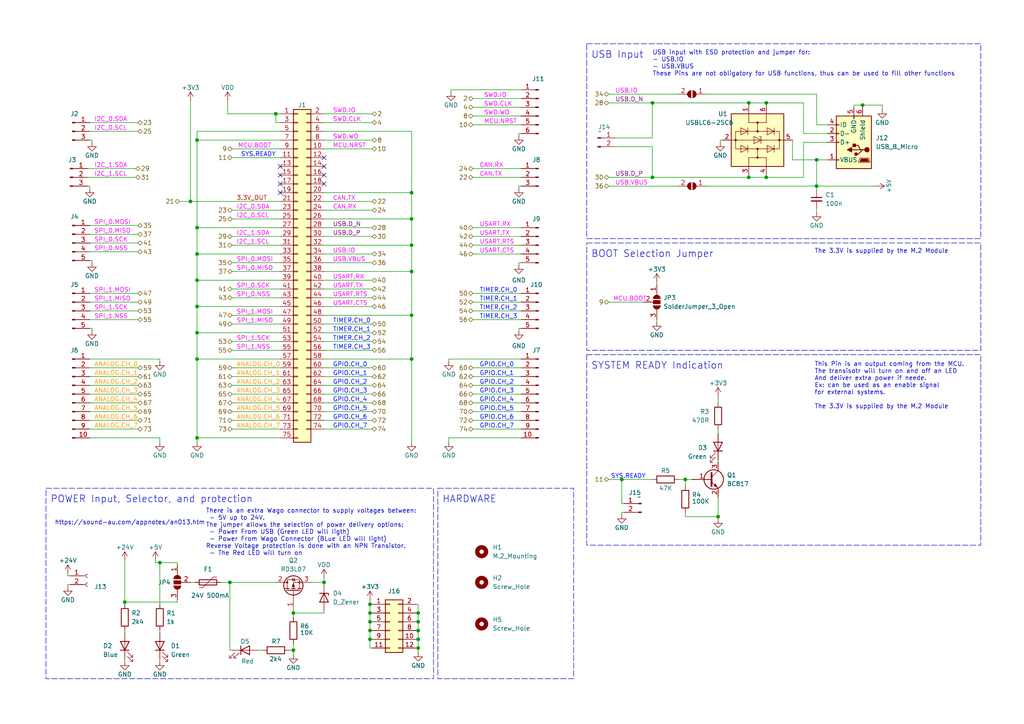
<source format=kicad_sch>
(kicad_sch (version 20230121) (generator eeschema)

  (uuid 287620b2-f802-47cb-a274-5e5f67182a6f)

  (paper "A4")

  

  (junction (at 119.38 104.14) (diameter 0) (color 0 0 0 0)
    (uuid 03bc5941-05f3-4412-8b04-a8db948940ff)
  )
  (junction (at 57.15 66.04) (diameter 0) (color 0 0 0 0)
    (uuid 06fe3394-a233-4c52-bcea-b483339363e4)
  )
  (junction (at 107.315 180.34) (diameter 0) (color 0 0 0 0)
    (uuid 08f98dad-34a5-43e8-96ba-f9dff0575b59)
  )
  (junction (at 189.23 51.435) (diameter 0) (color 0 0 0 0)
    (uuid 0ef44d84-7769-41b2-ab50-9f9f9b01e6c9)
  )
  (junction (at 107.315 175.26) (diameter 0) (color 0 0 0 0)
    (uuid 0f546221-d9ee-4c6a-a7ce-22385c1a650b)
  )
  (junction (at 46.355 163.195) (diameter 0) (color 0 0 0 0)
    (uuid 20495e46-fe07-4180-ac70-4e3fa92c358c)
  )
  (junction (at 119.38 71.12) (diameter 0) (color 0 0 0 0)
    (uuid 34752695-2ac1-415a-9dc2-4ded0f275e14)
  )
  (junction (at 121.285 187.96) (diameter 0) (color 0 0 0 0)
    (uuid 36ef5a32-813e-48a2-96b4-abcdb9bac9fa)
  )
  (junction (at 119.38 55.88) (diameter 0) (color 0 0 0 0)
    (uuid 3bec3d87-8510-4cfa-a69f-fbb5aaeccd8c)
  )
  (junction (at 57.15 104.14) (diameter 0) (color 0 0 0 0)
    (uuid 3d481e76-07af-4dd3-807c-b16d018f1d17)
  )
  (junction (at 222.25 51.435) (diameter 0) (color 0 0 0 0)
    (uuid 3e645efa-4af2-4ede-8262-16f5d3f255d8)
  )
  (junction (at 222.25 29.845) (diameter 0) (color 0 0 0 0)
    (uuid 4004faa3-e2f3-474c-a6c7-b1627b9994a6)
  )
  (junction (at 180.34 139.065) (diameter 0) (color 0 0 0 0)
    (uuid 418e635c-52f4-4e9a-917a-7f1cdbbcbd2c)
  )
  (junction (at 57.15 88.9) (diameter 0) (color 0 0 0 0)
    (uuid 4352cf60-6469-444f-8349-8082f16459fe)
  )
  (junction (at 57.15 40.64) (diameter 0) (color 0 0 0 0)
    (uuid 4b4430fd-9e4d-4a82-bbc5-35a5d74545f3)
  )
  (junction (at 121.285 185.42) (diameter 0) (color 0 0 0 0)
    (uuid 507b5b56-ad08-42e0-9586-c51519115183)
  )
  (junction (at 107.315 177.8) (diameter 0) (color 0 0 0 0)
    (uuid 598ba84a-719a-4d13-b82c-51c3f5ce0e27)
  )
  (junction (at 80.01 33.02) (diameter 0) (color 0 0 0 0)
    (uuid 5cf9b606-a51a-4418-9f05-0834ae54ce11)
  )
  (junction (at 236.855 53.975) (diameter 0) (color 0 0 0 0)
    (uuid 6b5a593a-62f0-4834-9062-e50ca03b8398)
  )
  (junction (at 121.285 177.8) (diameter 0) (color 0 0 0 0)
    (uuid 7706f26e-4d72-4078-9bde-1d0005fa9fba)
  )
  (junction (at 236.855 46.355) (diameter 0) (color 0 0 0 0)
    (uuid 7841f356-378d-4c54-887c-0a979560f2e2)
  )
  (junction (at 189.23 29.845) (diameter 0) (color 0 0 0 0)
    (uuid 7c456a9c-6910-4c1b-9528-80215188f882)
  )
  (junction (at 119.38 63.5) (diameter 0) (color 0 0 0 0)
    (uuid 7ec0ba63-fa47-446b-bd7f-627193492a6b)
  )
  (junction (at 107.315 185.42) (diameter 0) (color 0 0 0 0)
    (uuid 80200109-5f59-4c4c-a305-a11b9e1d6ce5)
  )
  (junction (at 121.285 180.34) (diameter 0) (color 0 0 0 0)
    (uuid 84e486f1-b64e-43bb-ba5b-c0397509b3c6)
  )
  (junction (at 66.675 168.91) (diameter 0) (color 0 0 0 0)
    (uuid 8aa59915-aafd-4d7f-a5e4-4671a499c0f2)
  )
  (junction (at 57.15 96.52) (diameter 0) (color 0 0 0 0)
    (uuid 91c3ea84-45a7-4646-afff-781e5ac51ebf)
  )
  (junction (at 250.19 30.48) (diameter 0) (color 0 0 0 0)
    (uuid 94a32192-2a66-45d5-ae4f-e4919b330132)
  )
  (junction (at 85.09 177.8) (diameter 0) (color 0 0 0 0)
    (uuid 96d7127e-cfa0-4c76-9e21-2033df738100)
  )
  (junction (at 57.15 127) (diameter 0) (color 0 0 0 0)
    (uuid 97ca8d98-7279-4c0e-abcf-fc977103a22d)
  )
  (junction (at 119.38 78.74) (diameter 0) (color 0 0 0 0)
    (uuid 9a352623-8792-499d-acbc-290230df7b6d)
  )
  (junction (at 198.755 139.065) (diameter 0) (color 0 0 0 0)
    (uuid a74e62fd-3ed5-48ba-9357-91eca1867cd2)
  )
  (junction (at 36.195 174.625) (diameter 0) (color 0 0 0 0)
    (uuid a793d5af-f2f6-444d-a2b6-8cabba34d764)
  )
  (junction (at 93.98 168.91) (diameter 0) (color 0 0 0 0)
    (uuid abbe31d0-678d-4f4e-b472-9a6c419da11e)
  )
  (junction (at 57.15 81.28) (diameter 0) (color 0 0 0 0)
    (uuid abd45592-8e80-41dc-b3e8-ffe221184035)
  )
  (junction (at 55.245 58.42) (diameter 0) (color 0 0 0 0)
    (uuid b180f99c-c19d-4791-955a-d22b8868b0e4)
  )
  (junction (at 217.17 51.435) (diameter 0) (color 0 0 0 0)
    (uuid b26e8f3b-6061-46ad-a165-c8264aad0267)
  )
  (junction (at 217.17 29.845) (diameter 0) (color 0 0 0 0)
    (uuid bea6b3d4-c9ef-460a-af8b-174b848dabf3)
  )
  (junction (at 119.38 91.44) (diameter 0) (color 0 0 0 0)
    (uuid c21969e2-991d-4870-9a31-2f6f7316ac77)
  )
  (junction (at 85.09 188.595) (diameter 0) (color 0 0 0 0)
    (uuid eae1f8fe-f948-4a44-a3dd-607038614f58)
  )
  (junction (at 208.28 149.86) (diameter 0) (color 0 0 0 0)
    (uuid f0c99b94-a6db-422b-b809-6d6dca0b6787)
  )
  (junction (at 121.285 182.88) (diameter 0) (color 0 0 0 0)
    (uuid f3e4f201-1fe6-4fe6-84db-ade2bc667551)
  )
  (junction (at 107.315 182.88) (diameter 0) (color 0 0 0 0)
    (uuid fcf618bc-0493-4ed0-9287-788c6c156078)
  )
  (junction (at 57.15 73.66) (diameter 0) (color 0 0 0 0)
    (uuid ff97c671-ddc4-419b-bd49-a493d1c336a3)
  )

  (no_connect (at 81.28 53.34) (uuid 0fc17788-7608-467c-8347-d3cece51b6f6))
  (no_connect (at 93.98 48.26) (uuid 3348ac2b-4dd8-4d39-8f74-1b56b969babb))
  (no_connect (at 93.98 53.34) (uuid 37be9e6c-8315-4384-9644-2b095fa12460))
  (no_connect (at 81.28 48.26) (uuid 47c93ff6-8deb-4ef1-8c83-b20489a96b99))
  (no_connect (at 93.98 45.72) (uuid 518bd26d-f3b4-453a-b4b1-295bca96e817))
  (no_connect (at 93.98 50.8) (uuid 54cc443d-bcb1-4a5c-9eb7-3155c0b24a07))
  (no_connect (at 81.28 55.88) (uuid 825df4df-6381-4916-a790-dad65c45288e))
  (no_connect (at 81.28 50.8) (uuid a87e8778-9bd5-4eb6-a532-d375d7d25d6f))

  (wire (pts (xy 67.31 106.68) (xy 81.28 106.68))
    (stroke (width 0) (type default))
    (uuid 011e3250-f6d4-4687-921c-8c60b5799e3e)
  )
  (wire (pts (xy 120.65 187.96) (xy 121.285 187.96))
    (stroke (width 0) (type default))
    (uuid 019ef88a-b2c6-46f5-8111-8b9a37b9de50)
  )
  (wire (pts (xy 81.28 45.72) (xy 67.31 45.72))
    (stroke (width 0) (type default))
    (uuid 01c2332f-5674-4c88-8fed-5299646e6a8f)
  )
  (wire (pts (xy 93.98 106.68) (xy 107.95 106.68))
    (stroke (width 0) (type default))
    (uuid 02f9dac9-f1c9-485e-8206-a38dc02cbd4b)
  )
  (wire (pts (xy 40.005 92.71) (xy 26.035 92.71))
    (stroke (width 0) (type default))
    (uuid 03298a09-0c72-4be4-9f34-5ba337db4d0b)
  )
  (wire (pts (xy 107.95 60.96) (xy 93.98 60.96))
    (stroke (width 0) (type default))
    (uuid 0361e746-83fe-488f-8db1-b2e68e18ffd9)
  )
  (wire (pts (xy 236.855 36.195) (xy 240.03 36.195))
    (stroke (width 0) (type default))
    (uuid 05f04341-0f0b-4cb7-b96e-840a9ffff12d)
  )
  (wire (pts (xy 57.15 38.1) (xy 57.15 40.64))
    (stroke (width 0) (type default))
    (uuid 08aeddd8-8c6e-4a57-b3c1-3715ee7892fc)
  )
  (wire (pts (xy 67.31 121.92) (xy 81.28 121.92))
    (stroke (width 0) (type default))
    (uuid 0963f3da-568b-4476-8fac-3d3bc24fa944)
  )
  (wire (pts (xy 121.285 187.96) (xy 121.285 189.23))
    (stroke (width 0) (type default))
    (uuid 09aef8c7-4618-4b84-9d4f-a7cf68280e39)
  )
  (wire (pts (xy 180.975 148.59) (xy 180.34 148.59))
    (stroke (width 0) (type default))
    (uuid 0aa19b12-6810-4c22-bc70-66e94560caec)
  )
  (wire (pts (xy 189.23 51.435) (xy 217.17 51.435))
    (stroke (width 0) (type default))
    (uuid 0aa3e104-2b70-4ddb-b5b4-791a7b93e270)
  )
  (wire (pts (xy 93.98 111.76) (xy 107.95 111.76))
    (stroke (width 0) (type default))
    (uuid 0c8aeb49-266f-400f-8fe3-abd5619b9fb6)
  )
  (wire (pts (xy 119.38 104.14) (xy 119.38 128.27))
    (stroke (width 0) (type default))
    (uuid 0ce249f3-b26c-4ffb-873b-594b79199eae)
  )
  (wire (pts (xy 130.175 104.14) (xy 151.13 104.14))
    (stroke (width 0) (type default))
    (uuid 0f1fd879-aebe-4be8-be39-5fafefc151ab)
  )
  (wire (pts (xy 130.175 104.14) (xy 130.175 104.775))
    (stroke (width 0) (type default))
    (uuid 0f699d34-7ba8-4812-a2be-66cb8c111e3f)
  )
  (wire (pts (xy 121.285 182.88) (xy 121.285 185.42))
    (stroke (width 0) (type default))
    (uuid 0fb46bdc-45be-42a8-8d23-7493bd02c44c)
  )
  (wire (pts (xy 120.65 175.26) (xy 121.285 175.26))
    (stroke (width 0) (type default))
    (uuid 12f8c1d4-8900-49f7-b656-ef6e6bf5353e)
  )
  (wire (pts (xy 196.85 139.065) (xy 198.755 139.065))
    (stroke (width 0) (type default))
    (uuid 13d20911-783e-4933-b28d-d50cd857f7d3)
  )
  (wire (pts (xy 46.355 191.135) (xy 46.355 191.77))
    (stroke (width 0) (type default))
    (uuid 146c9300-d765-4c0f-9e77-3ba05af2ca49)
  )
  (wire (pts (xy 151.13 53.975) (xy 150.495 53.975))
    (stroke (width 0) (type default))
    (uuid 15564ff8-e5be-4627-a6d4-749e6b496656)
  )
  (wire (pts (xy 26.035 53.975) (xy 26.035 54.61))
    (stroke (width 0) (type default))
    (uuid 1b54f09a-a691-4f1a-a544-01541fb56bc3)
  )
  (wire (pts (xy 36.195 182.88) (xy 36.195 183.515))
    (stroke (width 0) (type default))
    (uuid 1b86ffe2-6a73-4d18-a576-701440de4bc3)
  )
  (wire (pts (xy 55.245 168.91) (xy 56.515 168.91))
    (stroke (width 0) (type default))
    (uuid 1df8407d-0c23-4f8f-81c6-6767e264c53e)
  )
  (wire (pts (xy 40.005 119.38) (xy 26.035 119.38))
    (stroke (width 0) (type default))
    (uuid 1e1d26f3-eb25-414c-9588-2bf8d74cbfa0)
  )
  (wire (pts (xy 51.435 174.625) (xy 51.435 173.99))
    (stroke (width 0) (type default))
    (uuid 1e50df7b-ab32-42a2-8b2b-b717241082d3)
  )
  (wire (pts (xy 80.01 33.02) (xy 81.28 33.02))
    (stroke (width 0) (type default))
    (uuid 1ed5247e-6b66-4863-9303-bb8e36ca95dd)
  )
  (wire (pts (xy 119.38 71.12) (xy 119.38 78.74))
    (stroke (width 0) (type default))
    (uuid 1f7f1ac5-6555-4e20-bd35-4c5b3f14bfe9)
  )
  (wire (pts (xy 40.005 90.17) (xy 26.035 90.17))
    (stroke (width 0) (type default))
    (uuid 2054a7c5-37ff-4831-83f7-9588319911c6)
  )
  (wire (pts (xy 130.175 127) (xy 130.175 128.27))
    (stroke (width 0) (type default))
    (uuid 2075a02b-1d1e-4945-b8a7-b231a13301f5)
  )
  (wire (pts (xy 67.31 71.12) (xy 81.28 71.12))
    (stroke (width 0) (type default))
    (uuid 21702380-0196-47bc-93b7-3e0c1f2af8e9)
  )
  (wire (pts (xy 222.25 29.845) (xy 233.045 29.845))
    (stroke (width 0) (type default))
    (uuid 21c8be7e-6cae-406f-b763-34b617d474c3)
  )
  (wire (pts (xy 180.975 146.05) (xy 180.34 146.05))
    (stroke (width 0) (type default))
    (uuid 220cfc87-3eda-4775-8fcf-359eaa9d674c)
  )
  (wire (pts (xy 40.005 73.025) (xy 26.035 73.025))
    (stroke (width 0) (type default))
    (uuid 22198154-dfac-4aea-9e59-442190fe8013)
  )
  (wire (pts (xy 236.855 53.975) (xy 236.855 55.245))
    (stroke (width 0) (type default))
    (uuid 23a1d2ea-44f5-45a2-a7ff-01a0408b3954)
  )
  (wire (pts (xy 121.285 177.8) (xy 121.285 180.34))
    (stroke (width 0) (type default))
    (uuid 245f5549-6186-4d2e-84b2-de03cfde5b1b)
  )
  (wire (pts (xy 85.09 188.595) (xy 85.09 189.865))
    (stroke (width 0) (type default))
    (uuid 24959d74-d000-4b9f-a9ee-58248d7ddfb3)
  )
  (wire (pts (xy 208.28 144.145) (xy 208.28 149.86))
    (stroke (width 0) (type default))
    (uuid 250afa60-1ed3-47ec-bf4c-3cf44394b596)
  )
  (wire (pts (xy 137.16 28.575) (xy 151.13 28.575))
    (stroke (width 0) (type default))
    (uuid 25aae41b-1a1d-4080-bad6-afd58c0c7fc4)
  )
  (wire (pts (xy 150.495 53.975) (xy 150.495 54.61))
    (stroke (width 0) (type default))
    (uuid 25f5929f-8222-4afa-b440-fa3b692dc7e1)
  )
  (wire (pts (xy 190.5 81.915) (xy 190.5 82.55))
    (stroke (width 0) (type default))
    (uuid 26442d6f-bad6-4032-a444-c83b760186ae)
  )
  (wire (pts (xy 80.01 33.02) (xy 80.01 35.56))
    (stroke (width 0) (type default))
    (uuid 26f5c5e9-5a07-4c08-b98f-359208ccfcec)
  )
  (wire (pts (xy 93.98 38.1) (xy 119.38 38.1))
    (stroke (width 0) (type default))
    (uuid 29648993-c0d0-4f20-8bd9-b15c5e7887c7)
  )
  (wire (pts (xy 40.005 111.76) (xy 26.035 111.76))
    (stroke (width 0) (type default))
    (uuid 29a61c64-d280-49aa-80c1-d568fa7ea9bf)
  )
  (wire (pts (xy 93.98 116.84) (xy 107.95 116.84))
    (stroke (width 0) (type default))
    (uuid 2b745bc2-1f01-4d7a-b3b1-480ffbaad805)
  )
  (wire (pts (xy 93.98 168.91) (xy 93.98 169.545))
    (stroke (width 0) (type default))
    (uuid 2baff1c1-f9b3-4431-81d2-a4decbd052ee)
  )
  (wire (pts (xy 107.315 187.96) (xy 107.95 187.96))
    (stroke (width 0) (type default))
    (uuid 2cde49b2-f5e5-46c5-ae24-ad30dbbb2d30)
  )
  (wire (pts (xy 204.47 27.305) (xy 236.855 27.305))
    (stroke (width 0) (type default))
    (uuid 2e8ce219-d804-48cf-9800-0237a7602888)
  )
  (wire (pts (xy 236.855 53.975) (xy 254 53.975))
    (stroke (width 0) (type default))
    (uuid 2ee95ca4-ab52-41a4-8e21-d09e54b273b5)
  )
  (wire (pts (xy 67.31 93.98) (xy 81.28 93.98))
    (stroke (width 0) (type default))
    (uuid 3113253e-d79a-4142-879e-4fb5f8c4f58a)
  )
  (wire (pts (xy 119.38 55.88) (xy 119.38 63.5))
    (stroke (width 0) (type default))
    (uuid 31c74aee-70bd-416e-9d71-abe28dbfb5cb)
  )
  (wire (pts (xy 46.355 163.195) (xy 46.355 175.26))
    (stroke (width 0) (type default))
    (uuid 32b8cdb8-53e7-4554-9129-181ed798ae1b)
  )
  (wire (pts (xy 93.98 43.18) (xy 107.95 43.18))
    (stroke (width 0) (type default))
    (uuid 332ada6d-97a3-4845-967c-652cca8bc8de)
  )
  (wire (pts (xy 57.15 73.66) (xy 57.15 81.28))
    (stroke (width 0) (type default))
    (uuid 334efed1-9758-44d7-a913-dc2bdbdccbd2)
  )
  (wire (pts (xy 36.195 162.56) (xy 36.195 174.625))
    (stroke (width 0) (type default))
    (uuid 33f204bf-33a8-4495-8450-5b5570499451)
  )
  (wire (pts (xy 240.03 46.355) (xy 236.855 46.355))
    (stroke (width 0) (type default))
    (uuid 358eb85c-fa0e-48a3-a114-170d468a3493)
  )
  (wire (pts (xy 40.005 109.22) (xy 26.035 109.22))
    (stroke (width 0) (type default))
    (uuid 363c027e-ce00-40e7-9d21-763600344747)
  )
  (wire (pts (xy 151.13 68.58) (xy 137.16 68.58))
    (stroke (width 0) (type default))
    (uuid 383ea48f-3c13-4a68-86f8-fce8017e2071)
  )
  (wire (pts (xy 151.13 116.84) (xy 137.16 116.84))
    (stroke (width 0) (type default))
    (uuid 3aab8869-a5ca-40ad-ae24-a2a7e6d60325)
  )
  (wire (pts (xy 222.25 51.435) (xy 233.045 51.435))
    (stroke (width 0) (type default))
    (uuid 3c0cd147-af88-4634-8886-dad82eff90ba)
  )
  (wire (pts (xy 93.98 63.5) (xy 119.38 63.5))
    (stroke (width 0) (type default))
    (uuid 3c115bff-895c-413a-b636-2461f329f4f4)
  )
  (wire (pts (xy 189.23 29.845) (xy 189.23 40.005))
    (stroke (width 0) (type default))
    (uuid 3c9dc066-057e-4f03-9f4a-f69bd62867d2)
  )
  (wire (pts (xy 93.98 93.98) (xy 107.95 93.98))
    (stroke (width 0) (type default))
    (uuid 3d98142a-e621-4a8b-9146-03f84600a5fa)
  )
  (wire (pts (xy 93.98 35.56) (xy 107.95 35.56))
    (stroke (width 0) (type default))
    (uuid 3de22ed7-6a55-4a67-b033-913b409b3915)
  )
  (wire (pts (xy 198.755 148.59) (xy 198.755 149.86))
    (stroke (width 0) (type default))
    (uuid 40236ff2-c5ec-45b2-b252-0ffb13f15091)
  )
  (wire (pts (xy 217.17 50.8) (xy 217.17 51.435))
    (stroke (width 0) (type default))
    (uuid 410ca8f4-9297-40d8-838d-e601edbcf0a6)
  )
  (wire (pts (xy 151.13 111.76) (xy 137.16 111.76))
    (stroke (width 0) (type default))
    (uuid 439bcc6b-b6f7-472e-a993-0807494bd8d8)
  )
  (wire (pts (xy 80.01 33.02) (xy 66.04 33.02))
    (stroke (width 0) (type default))
    (uuid 43d955a2-2b54-43ff-b85c-e8f12589f7d3)
  )
  (wire (pts (xy 93.98 124.46) (xy 107.95 124.46))
    (stroke (width 0) (type default))
    (uuid 45457fee-be34-441f-85bc-53e56937cb03)
  )
  (wire (pts (xy 40.005 38.1) (xy 26.035 38.1))
    (stroke (width 0) (type default))
    (uuid 4758b580-88d1-4879-a5ae-25ae7a48b09b)
  )
  (wire (pts (xy 93.98 114.3) (xy 107.95 114.3))
    (stroke (width 0) (type default))
    (uuid 4767c9b5-ee51-4157-a5e2-113fd4dca322)
  )
  (wire (pts (xy 67.31 101.6) (xy 81.28 101.6))
    (stroke (width 0) (type default))
    (uuid 485a2793-0792-4ef0-8c25-4ffe976156dd)
  )
  (wire (pts (xy 107.315 177.8) (xy 107.315 180.34))
    (stroke (width 0) (type default))
    (uuid 48739cc9-3521-4ebe-af64-a9303bb84ee9)
  )
  (wire (pts (xy 26.67 75.565) (xy 26.67 76.2))
    (stroke (width 0) (type default))
    (uuid 4a323679-a8a9-4669-a935-e99f3ce8041f)
  )
  (wire (pts (xy 93.98 71.12) (xy 119.38 71.12))
    (stroke (width 0) (type default))
    (uuid 4b05c51b-8c57-4d41-835f-44809f295f8e)
  )
  (wire (pts (xy 93.98 167.64) (xy 93.98 168.91))
    (stroke (width 0) (type default))
    (uuid 4b1dfc27-fef4-4f14-80d3-64f1c0ba3926)
  )
  (wire (pts (xy 93.98 33.02) (xy 107.95 33.02))
    (stroke (width 0) (type default))
    (uuid 4b27c627-d9b1-4321-b85a-12a1464a3aa7)
  )
  (wire (pts (xy 217.17 29.845) (xy 222.25 29.845))
    (stroke (width 0) (type default))
    (uuid 4c51170a-5ec5-4c72-a3d9-c92770b9128d)
  )
  (wire (pts (xy 189.23 29.845) (xy 217.17 29.845))
    (stroke (width 0) (type default))
    (uuid 4c61615a-01e9-4bdb-91c6-181eb538db36)
  )
  (wire (pts (xy 250.19 30.48) (xy 255.905 30.48))
    (stroke (width 0) (type default))
    (uuid 4ef45e33-513a-4b8c-8264-cfe5498ed81e)
  )
  (wire (pts (xy 93.98 104.14) (xy 119.38 104.14))
    (stroke (width 0) (type default))
    (uuid 4f0084f5-e624-433c-bb4c-d43cb6a1ae4b)
  )
  (wire (pts (xy 198.755 139.065) (xy 198.755 140.97))
    (stroke (width 0) (type default))
    (uuid 4fcc4d9d-0808-4036-9405-bb758e274c46)
  )
  (wire (pts (xy 208.28 124.46) (xy 208.28 125.73))
    (stroke (width 0) (type default))
    (uuid 51cfa8f8-a9aa-402f-ad52-86f095e41c8c)
  )
  (wire (pts (xy 208.28 114.935) (xy 208.28 116.84))
    (stroke (width 0) (type default))
    (uuid 52c1766f-1950-43fb-97ff-75bef3a3de42)
  )
  (wire (pts (xy 67.31 68.58) (xy 81.28 68.58))
    (stroke (width 0) (type default))
    (uuid 54635a26-ce6f-4e63-808e-b170bd3d89cb)
  )
  (wire (pts (xy 255.905 30.48) (xy 255.905 31.75))
    (stroke (width 0) (type default))
    (uuid 54a8dec4-c4b6-45c8-9a08-e4a6d851a023)
  )
  (wire (pts (xy 26.035 104.14) (xy 46.355 104.14))
    (stroke (width 0) (type default))
    (uuid 569d62be-e839-4f5a-9916-afe304e6b6bb)
  )
  (wire (pts (xy 67.31 114.3) (xy 81.28 114.3))
    (stroke (width 0) (type default))
    (uuid 592dd281-1b1d-4343-95b5-a2566c61d871)
  )
  (wire (pts (xy 151.13 87.63) (xy 137.16 87.63))
    (stroke (width 0) (type default))
    (uuid 59e07091-5fd4-4d99-b9c7-5c6af1f34463)
  )
  (wire (pts (xy 40.005 124.46) (xy 26.035 124.46))
    (stroke (width 0) (type default))
    (uuid 5ab2dbe5-5c34-4af5-ac59-dded085d78c8)
  )
  (wire (pts (xy 39.37 48.895) (xy 25.4 48.895))
    (stroke (width 0) (type default))
    (uuid 5b09c0c1-9376-42da-9d1f-1a1c6f8bf6c6)
  )
  (wire (pts (xy 236.855 27.305) (xy 236.855 36.195))
    (stroke (width 0) (type default))
    (uuid 5b807b4c-fe54-414e-9f4c-77bd5493290e)
  )
  (wire (pts (xy 151.13 76.2) (xy 150.495 76.2))
    (stroke (width 0) (type default))
    (uuid 5ba8c6c3-28e9-4ea6-8d39-2a9298566a08)
  )
  (wire (pts (xy 66.675 168.91) (xy 80.01 168.91))
    (stroke (width 0) (type default))
    (uuid 5c3359e0-07f6-467a-851a-301a56fd14c7)
  )
  (wire (pts (xy 46.355 163.195) (xy 51.435 163.195))
    (stroke (width 0) (type default))
    (uuid 5c9f99fd-6dc8-4dd8-ac77-3d5bec931926)
  )
  (wire (pts (xy 45.085 163.195) (xy 45.085 162.56))
    (stroke (width 0) (type default))
    (uuid 5d6ed156-751c-4b7e-9272-17d344fa6785)
  )
  (wire (pts (xy 67.31 188.595) (xy 66.675 188.595))
    (stroke (width 0) (type default))
    (uuid 5d89cc90-cf73-4d02-8400-a24a26d1281b)
  )
  (wire (pts (xy 150.495 95.25) (xy 150.495 95.885))
    (stroke (width 0) (type default))
    (uuid 5d99f32e-2d67-4801-8be5-9aeb14aa7476)
  )
  (wire (pts (xy 120.65 177.8) (xy 121.285 177.8))
    (stroke (width 0) (type default))
    (uuid 5e50cec2-a357-4a88-bd0f-a568377ddb48)
  )
  (wire (pts (xy 93.98 91.44) (xy 119.38 91.44))
    (stroke (width 0) (type default))
    (uuid 5ef7576a-3a44-4f1d-b5b6-eb9cc42f489b)
  )
  (wire (pts (xy 26.035 95.25) (xy 26.67 95.25))
    (stroke (width 0) (type default))
    (uuid 603f699a-b811-4e58-b864-4d5ba9afb385)
  )
  (wire (pts (xy 176.53 29.845) (xy 189.23 29.845))
    (stroke (width 0) (type default))
    (uuid 61116c14-0a52-4472-ac95-1e5cb86ce95c)
  )
  (wire (pts (xy 19.685 167.005) (xy 20.32 167.005))
    (stroke (width 0) (type default))
    (uuid 6135e044-8906-4159-b552-37d283ea8911)
  )
  (wire (pts (xy 217.17 51.435) (xy 222.25 51.435))
    (stroke (width 0) (type default))
    (uuid 615dcc0b-ad3e-45cd-bf12-054f554bccb3)
  )
  (wire (pts (xy 55.245 29.21) (xy 55.245 58.42))
    (stroke (width 0) (type default))
    (uuid 61623cc0-6e3d-402a-ad67-722beb3040df)
  )
  (wire (pts (xy 19.685 166.37) (xy 19.685 167.005))
    (stroke (width 0) (type default))
    (uuid 6190747d-9771-461f-8718-128342967a26)
  )
  (wire (pts (xy 67.31 83.82) (xy 81.28 83.82))
    (stroke (width 0) (type default))
    (uuid 61c12dc6-60cb-455c-af00-21f87d6d89f7)
  )
  (wire (pts (xy 119.38 78.74) (xy 119.38 91.44))
    (stroke (width 0) (type default))
    (uuid 62ea4c6c-2573-4795-89a6-2103d747b094)
  )
  (wire (pts (xy 45.085 163.195) (xy 46.355 163.195))
    (stroke (width 0) (type default))
    (uuid 62ee8b4d-09e6-4167-9467-7c2fc9c0098e)
  )
  (wire (pts (xy 57.15 88.9) (xy 57.15 96.52))
    (stroke (width 0) (type default))
    (uuid 63cb2926-6ac4-486f-8063-aa111c381890)
  )
  (wire (pts (xy 52.07 58.42) (xy 55.245 58.42))
    (stroke (width 0) (type default))
    (uuid 653ac976-afa1-4e9f-a0df-6b4d94bc9be9)
  )
  (wire (pts (xy 176.53 139.065) (xy 180.34 139.065))
    (stroke (width 0) (type default))
    (uuid 6558c83b-b212-4528-abb6-a7a849be6c2d)
  )
  (wire (pts (xy 57.15 73.66) (xy 81.28 73.66))
    (stroke (width 0) (type default))
    (uuid 66231299-972c-4932-abf7-b8e03468d93d)
  )
  (wire (pts (xy 119.38 63.5) (xy 119.38 71.12))
    (stroke (width 0) (type default))
    (uuid 662adc3c-4e3e-487a-a94d-1d87c549d6bc)
  )
  (wire (pts (xy 57.15 96.52) (xy 81.28 96.52))
    (stroke (width 0) (type default))
    (uuid 6864d2ae-7d00-4bb0-9feb-566dae0854fd)
  )
  (wire (pts (xy 57.15 128.27) (xy 57.15 127))
    (stroke (width 0) (type default))
    (uuid 694d1013-d9ab-465f-b041-736a93b63119)
  )
  (wire (pts (xy 198.755 139.065) (xy 200.66 139.065))
    (stroke (width 0) (type default))
    (uuid 6bcffef1-c909-47f1-97b0-e370286d1258)
  )
  (wire (pts (xy 119.38 38.1) (xy 119.38 55.88))
    (stroke (width 0) (type default))
    (uuid 6cbda77b-8776-4579-aa02-cc4c3afabe39)
  )
  (wire (pts (xy 180.34 139.065) (xy 189.23 139.065))
    (stroke (width 0) (type default))
    (uuid 6ceb242e-df3f-489d-ae2a-a213a4961290)
  )
  (wire (pts (xy 93.98 177.165) (xy 93.98 177.8))
    (stroke (width 0) (type default))
    (uuid 6dbdcb34-e56e-449b-a9e5-dca44b1e58f0)
  )
  (wire (pts (xy 189.23 42.545) (xy 189.23 51.435))
    (stroke (width 0) (type default))
    (uuid 6e3042e4-567a-490a-8259-541e88b0e43e)
  )
  (wire (pts (xy 151.13 92.71) (xy 137.16 92.71))
    (stroke (width 0) (type default))
    (uuid 6f1dd8bb-abb7-4cf3-837b-c5934104d08a)
  )
  (wire (pts (xy 151.13 127) (xy 130.175 127))
    (stroke (width 0) (type default))
    (uuid 6f9c0381-3391-4875-9203-7d0d58b2529c)
  )
  (wire (pts (xy 36.195 174.625) (xy 36.195 175.26))
    (stroke (width 0) (type default))
    (uuid 70197a42-72c2-4b9c-a542-a8d54d3649af)
  )
  (wire (pts (xy 222.25 30.48) (xy 222.25 29.845))
    (stroke (width 0) (type default))
    (uuid 7123ca4c-e049-412b-b5b8-18144bbf5bc5)
  )
  (wire (pts (xy 150.495 95.25) (xy 151.13 95.25))
    (stroke (width 0) (type default))
    (uuid 71494463-96be-49bc-a065-cb70807a6415)
  )
  (wire (pts (xy 208.28 149.86) (xy 208.28 150.495))
    (stroke (width 0) (type default))
    (uuid 7165c0d5-3aaa-4804-a5df-c252c1a2e027)
  )
  (wire (pts (xy 67.31 119.38) (xy 81.28 119.38))
    (stroke (width 0) (type default))
    (uuid 72b550e3-6cf0-4884-8cda-127fab5a27e7)
  )
  (wire (pts (xy 137.16 51.435) (xy 151.13 51.435))
    (stroke (width 0) (type default))
    (uuid 72b94a65-0933-475f-959d-c4816786be11)
  )
  (wire (pts (xy 26.67 95.25) (xy 26.67 95.885))
    (stroke (width 0) (type default))
    (uuid 72dde731-ee9a-466e-992e-ade71c885451)
  )
  (wire (pts (xy 36.195 174.625) (xy 51.435 174.625))
    (stroke (width 0) (type default))
    (uuid 74030fd4-e21b-4a87-8dcd-004481e93c8e)
  )
  (wire (pts (xy 190.5 92.71) (xy 190.5 93.345))
    (stroke (width 0) (type default))
    (uuid 74f724c5-8288-413f-8be8-5793d136638e)
  )
  (wire (pts (xy 40.005 121.92) (xy 26.035 121.92))
    (stroke (width 0) (type default))
    (uuid 76004e54-08d5-456a-b434-78526d4bf1be)
  )
  (wire (pts (xy 233.045 41.275) (xy 233.045 51.435))
    (stroke (width 0) (type default))
    (uuid 76350a7e-0e18-49c2-a864-b076f6bd9a62)
  )
  (wire (pts (xy 76.2 188.595) (xy 74.93 188.595))
    (stroke (width 0) (type default))
    (uuid 7738efe0-cd6a-41ab-b2bd-d4647c93319e)
  )
  (wire (pts (xy 57.15 66.04) (xy 57.15 73.66))
    (stroke (width 0) (type default))
    (uuid 778df221-5bda-4080-8ab6-4eb0a028af68)
  )
  (wire (pts (xy 67.31 111.76) (xy 81.28 111.76))
    (stroke (width 0) (type default))
    (uuid 7aa575ea-6119-436e-be1d-bce5c66040df)
  )
  (wire (pts (xy 67.31 116.84) (xy 81.28 116.84))
    (stroke (width 0) (type default))
    (uuid 7adf0946-a812-4196-bc14-c5c1a3bb9590)
  )
  (wire (pts (xy 40.005 35.56) (xy 26.035 35.56))
    (stroke (width 0) (type default))
    (uuid 7b1ca831-23e4-4eb7-babb-7a72f1300716)
  )
  (wire (pts (xy 40.005 67.945) (xy 26.035 67.945))
    (stroke (width 0) (type default))
    (uuid 7b6ccd53-7e79-43c0-88c9-a47212e2955f)
  )
  (wire (pts (xy 93.98 86.36) (xy 107.95 86.36))
    (stroke (width 0) (type default))
    (uuid 7c35dea6-a805-4f27-b559-f3674278e37a)
  )
  (wire (pts (xy 67.31 76.2) (xy 81.28 76.2))
    (stroke (width 0) (type default))
    (uuid 7cd9f779-2ea7-4515-9320-01bad5b22aca)
  )
  (wire (pts (xy 40.005 106.68) (xy 26.035 106.68))
    (stroke (width 0) (type default))
    (uuid 7e498420-9634-49cf-ab35-e51f10c4d2e6)
  )
  (wire (pts (xy 67.31 99.06) (xy 81.28 99.06))
    (stroke (width 0) (type default))
    (uuid 7fc9a325-804c-475b-a869-0a47abb02915)
  )
  (wire (pts (xy 178.435 42.545) (xy 189.23 42.545))
    (stroke (width 0) (type default))
    (uuid 801e317f-55fc-415e-8046-eb35b97ca783)
  )
  (wire (pts (xy 85.09 186.69) (xy 85.09 188.595))
    (stroke (width 0) (type default))
    (uuid 805b6128-ace2-46aa-8248-6b05982789a6)
  )
  (wire (pts (xy 178.435 40.005) (xy 189.23 40.005))
    (stroke (width 0) (type default))
    (uuid 810a7ee0-9c16-4c6e-a994-bab091667a61)
  )
  (wire (pts (xy 40.005 114.3) (xy 26.035 114.3))
    (stroke (width 0) (type default))
    (uuid 82c1608f-c654-474f-a291-f380460afb3f)
  )
  (wire (pts (xy 107.95 66.04) (xy 93.98 66.04))
    (stroke (width 0) (type default))
    (uuid 83f640e2-62ad-4357-a164-e03a4f71f676)
  )
  (wire (pts (xy 57.15 127) (xy 81.28 127))
    (stroke (width 0) (type default))
    (uuid 841e1656-3caf-4a67-92bd-5b865aa1b0c8)
  )
  (wire (pts (xy 85.09 176.53) (xy 85.09 177.8))
    (stroke (width 0) (type default))
    (uuid 848d1f46-a71f-43de-92bb-3ea830216459)
  )
  (wire (pts (xy 93.98 88.9) (xy 107.95 88.9))
    (stroke (width 0) (type default))
    (uuid 86da2412-4cee-45fe-9f80-82075ad816f9)
  )
  (wire (pts (xy 93.98 119.38) (xy 107.95 119.38))
    (stroke (width 0) (type default))
    (uuid 871d08cf-8bf5-4069-907d-294391320f64)
  )
  (wire (pts (xy 150.495 38.735) (xy 151.13 38.735))
    (stroke (width 0) (type default))
    (uuid 87295b09-fc1b-4c2d-bce0-18a4b1735aa5)
  )
  (wire (pts (xy 26.035 127) (xy 46.355 127))
    (stroke (width 0) (type default))
    (uuid 890cc931-5e27-4738-bf11-ce4909858e8f)
  )
  (wire (pts (xy 67.31 78.74) (xy 81.28 78.74))
    (stroke (width 0) (type default))
    (uuid 8971f495-ebba-497e-88c2-27686d61cd6d)
  )
  (wire (pts (xy 107.315 185.42) (xy 107.95 185.42))
    (stroke (width 0) (type default))
    (uuid 89f8f085-2c4a-4f91-b551-8ba89881cab2)
  )
  (wire (pts (xy 55.245 58.42) (xy 81.28 58.42))
    (stroke (width 0) (type default))
    (uuid 8b9cb721-4bc2-4fdf-94d8-1e89454ab79d)
  )
  (wire (pts (xy 120.65 182.88) (xy 121.285 182.88))
    (stroke (width 0) (type default))
    (uuid 8bf1a991-74ef-48d8-8150-e45a48c583ed)
  )
  (wire (pts (xy 46.355 182.88) (xy 46.355 183.515))
    (stroke (width 0) (type default))
    (uuid 8c6846b9-97e7-4695-b0af-fcf795e6aeb5)
  )
  (wire (pts (xy 85.09 177.8) (xy 85.09 179.07))
    (stroke (width 0) (type default))
    (uuid 8d8e0e3d-7ae0-4adb-a20f-72132eb9c9eb)
  )
  (wire (pts (xy 40.005 87.63) (xy 26.035 87.63))
    (stroke (width 0) (type default))
    (uuid 8d9ec40f-3af4-432e-9b41-2b5bd32e1bf7)
  )
  (wire (pts (xy 26.67 40.64) (xy 26.67 41.275))
    (stroke (width 0) (type default))
    (uuid 903d7890-3811-4959-9684-8595f7ce0bdf)
  )
  (wire (pts (xy 93.98 101.6) (xy 107.95 101.6))
    (stroke (width 0) (type default))
    (uuid 9068e7e9-5062-4627-8975-93bdd7ebc9dc)
  )
  (wire (pts (xy 233.045 29.845) (xy 233.045 38.735))
    (stroke (width 0) (type default))
    (uuid 906fb95c-020c-4995-bff3-1a9c560c88b3)
  )
  (wire (pts (xy 83.82 188.595) (xy 85.09 188.595))
    (stroke (width 0) (type default))
    (uuid 9113f399-7aa4-4dcd-b497-a2b34331cf08)
  )
  (wire (pts (xy 67.31 109.22) (xy 81.28 109.22))
    (stroke (width 0) (type default))
    (uuid 919ab852-da65-4e58-9a6b-73eaa121b02a)
  )
  (wire (pts (xy 67.31 86.36) (xy 81.28 86.36))
    (stroke (width 0) (type default))
    (uuid 93587ed0-00ea-48ef-a4b4-ddfac95febb6)
  )
  (wire (pts (xy 66.675 168.91) (xy 66.675 188.595))
    (stroke (width 0) (type default))
    (uuid 93b5b367-f9f0-4e10-9f40-d498e2c6a219)
  )
  (wire (pts (xy 57.15 40.64) (xy 57.15 66.04))
    (stroke (width 0) (type default))
    (uuid 94b48320-4efa-4e77-aa9f-a18d08a6c34b)
  )
  (wire (pts (xy 229.87 46.355) (xy 229.87 40.64))
    (stroke (width 0) (type default))
    (uuid 99491061-ce97-4a2a-81bf-212787b00f48)
  )
  (wire (pts (xy 67.31 124.46) (xy 81.28 124.46))
    (stroke (width 0) (type default))
    (uuid 9a545196-3079-466a-9c2b-c8c792b1d6b8)
  )
  (wire (pts (xy 40.005 70.485) (xy 26.035 70.485))
    (stroke (width 0) (type default))
    (uuid 9aab6d06-f266-4b78-beaf-268112a61495)
  )
  (wire (pts (xy 57.15 96.52) (xy 57.15 104.14))
    (stroke (width 0) (type default))
    (uuid 9b0cf026-99c0-41bc-a9d2-be384e25f485)
  )
  (wire (pts (xy 40.005 65.405) (xy 26.035 65.405))
    (stroke (width 0) (type default))
    (uuid 9b677f5b-ad77-46e1-a5ff-0e1b222b7fd0)
  )
  (wire (pts (xy 176.53 51.435) (xy 189.23 51.435))
    (stroke (width 0) (type default))
    (uuid 9d67963d-09ba-4698-b45b-10f0e70bc7b3)
  )
  (wire (pts (xy 208.28 133.35) (xy 208.28 133.985))
    (stroke (width 0) (type default))
    (uuid 9e676b1a-3a15-4c7a-afa3-25d1d7bdeb5a)
  )
  (wire (pts (xy 121.285 180.34) (xy 121.285 182.88))
    (stroke (width 0) (type default))
    (uuid 9f5e8bbe-2a7b-4430-8b2e-2a5ead7b48e3)
  )
  (wire (pts (xy 57.15 81.28) (xy 57.15 88.9))
    (stroke (width 0) (type default))
    (uuid 9f6247a0-02cd-4bad-81cf-c767ebe45ffe)
  )
  (wire (pts (xy 46.355 127) (xy 46.355 128.27))
    (stroke (width 0) (type default))
    (uuid a0cb6d45-c797-488d-b879-9957771e9ee8)
  )
  (wire (pts (xy 107.315 180.34) (xy 107.315 182.88))
    (stroke (width 0) (type default))
    (uuid a0e7d710-574e-4c56-b489-38d29150b180)
  )
  (wire (pts (xy 93.98 177.8) (xy 85.09 177.8))
    (stroke (width 0) (type default))
    (uuid a249ac32-6867-40e7-942a-c39a99ecc9bf)
  )
  (wire (pts (xy 121.285 175.26) (xy 121.285 177.8))
    (stroke (width 0) (type default))
    (uuid a63f2e8f-34ce-4930-8ad5-57a9b25e10c2)
  )
  (wire (pts (xy 151.13 106.68) (xy 137.16 106.68))
    (stroke (width 0) (type default))
    (uuid ac8b5386-9a3b-40f5-a7f2-6ed39153b800)
  )
  (wire (pts (xy 107.315 180.34) (xy 107.95 180.34))
    (stroke (width 0) (type default))
    (uuid acedf0cb-2578-4dd4-9444-937984419952)
  )
  (wire (pts (xy 198.755 149.86) (xy 208.28 149.86))
    (stroke (width 0) (type default))
    (uuid ad05f487-fbab-42a5-a549-4a988c33d42b)
  )
  (wire (pts (xy 137.16 36.195) (xy 151.13 36.195))
    (stroke (width 0) (type default))
    (uuid adeea043-2c29-47b1-a011-efcd4ffb55f7)
  )
  (wire (pts (xy 176.53 27.305) (xy 196.85 27.305))
    (stroke (width 0) (type default))
    (uuid af2c4bfd-af41-4210-8989-6d4265a85392)
  )
  (wire (pts (xy 57.15 104.14) (xy 81.28 104.14))
    (stroke (width 0) (type default))
    (uuid b1a88da0-1bda-429a-b185-28ae22736cde)
  )
  (wire (pts (xy 137.16 31.115) (xy 151.13 31.115))
    (stroke (width 0) (type default))
    (uuid b2be7b71-cfb6-4c8d-8aa2-608f7461fd67)
  )
  (wire (pts (xy 107.315 173.99) (xy 107.315 175.26))
    (stroke (width 0) (type default))
    (uuid b352bee7-3bc4-4faa-aa21-f13596276c2e)
  )
  (wire (pts (xy 250.19 30.48) (xy 250.19 31.115))
    (stroke (width 0) (type default))
    (uuid b42610f6-4263-46fb-955c-4ea03c78583d)
  )
  (wire (pts (xy 67.31 60.96) (xy 81.28 60.96))
    (stroke (width 0) (type default))
    (uuid b4364004-39a5-4b58-8b03-e2d5aea5e005)
  )
  (wire (pts (xy 93.98 99.06) (xy 107.95 99.06))
    (stroke (width 0) (type default))
    (uuid b536c140-bdd1-4d75-803f-89b3db31b29c)
  )
  (wire (pts (xy 81.28 35.56) (xy 80.01 35.56))
    (stroke (width 0) (type default))
    (uuid b6466e3f-562b-47ca-ba2a-83500e0da6c9)
  )
  (wire (pts (xy 93.98 96.52) (xy 107.95 96.52))
    (stroke (width 0) (type default))
    (uuid b7de2bdf-fb88-46fc-b189-ee0917bf77cd)
  )
  (wire (pts (xy 107.95 58.42) (xy 93.98 58.42))
    (stroke (width 0) (type default))
    (uuid b82ec9a5-2acf-43ed-93eb-bd1cbc13601b)
  )
  (wire (pts (xy 57.15 104.14) (xy 57.15 127))
    (stroke (width 0) (type default))
    (uuid b995c8bf-56e8-4f38-9ba1-f2c86495eb4c)
  )
  (wire (pts (xy 57.15 40.64) (xy 81.28 40.64))
    (stroke (width 0) (type default))
    (uuid b9a18b48-6a04-45a4-a184-d69d5db579aa)
  )
  (wire (pts (xy 151.13 119.38) (xy 137.16 119.38))
    (stroke (width 0) (type default))
    (uuid b9fb83d4-5fd1-4a75-a80f-3c3f900aac91)
  )
  (wire (pts (xy 26.035 40.64) (xy 26.67 40.64))
    (stroke (width 0) (type default))
    (uuid bad8dd66-ca52-457f-af33-d0b5d78206d6)
  )
  (wire (pts (xy 151.13 85.09) (xy 137.16 85.09))
    (stroke (width 0) (type default))
    (uuid bb317e25-d22a-4253-93c4-e1bb3a4813f3)
  )
  (wire (pts (xy 93.98 40.64) (xy 107.95 40.64))
    (stroke (width 0) (type default))
    (uuid bb5ec5da-dc2f-4e1d-a748-cdae71937218)
  )
  (wire (pts (xy 40.005 85.09) (xy 26.035 85.09))
    (stroke (width 0) (type default))
    (uuid bb9beeb7-5383-49df-b22e-1b73d6811df1)
  )
  (wire (pts (xy 151.13 71.12) (xy 137.16 71.12))
    (stroke (width 0) (type default))
    (uuid be0c8d3a-0252-4425-89e3-cb23a351f17d)
  )
  (wire (pts (xy 51.435 163.195) (xy 51.435 163.83))
    (stroke (width 0) (type default))
    (uuid be38e5ee-929e-4c59-b11f-321656c233de)
  )
  (wire (pts (xy 107.315 175.26) (xy 107.315 177.8))
    (stroke (width 0) (type default))
    (uuid be43e6d4-833a-411f-901d-a501a66f9c13)
  )
  (wire (pts (xy 208.915 41.275) (xy 208.915 40.64))
    (stroke (width 0) (type default))
    (uuid bed981a1-01ab-47d0-a750-61418927ef53)
  )
  (wire (pts (xy 217.17 29.845) (xy 217.17 30.48))
    (stroke (width 0) (type default))
    (uuid c09b6b0f-8a86-417c-8627-1fb4bfa7e223)
  )
  (wire (pts (xy 130.81 26.035) (xy 151.13 26.035))
    (stroke (width 0) (type default))
    (uuid c199f0cb-c633-43bb-b792-9fd4b47519d2)
  )
  (wire (pts (xy 151.13 114.3) (xy 137.16 114.3))
    (stroke (width 0) (type default))
    (uuid c303c7a4-723b-45af-a769-103d6d6bee71)
  )
  (wire (pts (xy 120.65 185.42) (xy 121.285 185.42))
    (stroke (width 0) (type default))
    (uuid c347d57b-7ec6-4ac9-80b9-cd9e37098641)
  )
  (wire (pts (xy 107.95 68.58) (xy 93.98 68.58))
    (stroke (width 0) (type default))
    (uuid c3bcffa0-4c47-44a3-b370-54b2fdcfccaa)
  )
  (wire (pts (xy 64.135 168.91) (xy 66.675 168.91))
    (stroke (width 0) (type default))
    (uuid c52c0020-e13a-475c-a9f4-fc27b8a98531)
  )
  (wire (pts (xy 57.15 88.9) (xy 81.28 88.9))
    (stroke (width 0) (type default))
    (uuid c5b0f2c3-9e31-4b35-9076-067d70fd5bd7)
  )
  (wire (pts (xy 247.65 30.48) (xy 250.19 30.48))
    (stroke (width 0) (type default))
    (uuid c5c19f67-4041-4901-861c-7e495b224a29)
  )
  (wire (pts (xy 107.315 185.42) (xy 107.315 187.96))
    (stroke (width 0) (type default))
    (uuid ca441889-467d-482a-b78f-a7d1dbb2d214)
  )
  (wire (pts (xy 46.355 104.14) (xy 46.355 104.775))
    (stroke (width 0) (type default))
    (uuid cb8378b1-8d90-4030-8312-dcb5c0800bae)
  )
  (wire (pts (xy 233.045 41.275) (xy 240.03 41.275))
    (stroke (width 0) (type default))
    (uuid cc2a81ca-f531-41d8-aeb8-144beb706575)
  )
  (wire (pts (xy 130.81 26.67) (xy 130.81 26.035))
    (stroke (width 0) (type default))
    (uuid cdfd4a06-27ce-4f14-9a3e-d659572652da)
  )
  (wire (pts (xy 247.65 30.48) (xy 247.65 31.115))
    (stroke (width 0) (type default))
    (uuid cede707f-67ef-4281-89dc-5706a2910208)
  )
  (wire (pts (xy 107.95 76.2) (xy 93.98 76.2))
    (stroke (width 0) (type default))
    (uuid d072f4f5-30a0-4192-a5ab-188951d33e65)
  )
  (wire (pts (xy 151.13 90.17) (xy 137.16 90.17))
    (stroke (width 0) (type default))
    (uuid d1e34fe5-75a7-4013-aa95-96e46dac757a)
  )
  (wire (pts (xy 19.685 169.545) (xy 20.32 169.545))
    (stroke (width 0) (type default))
    (uuid d20d533b-397e-408a-9bda-dca28ac3c0cf)
  )
  (wire (pts (xy 176.53 53.975) (xy 196.85 53.975))
    (stroke (width 0) (type default))
    (uuid d38834ba-79a8-42b0-b8c8-39d4e12bb580)
  )
  (wire (pts (xy 150.495 39.37) (xy 150.495 38.735))
    (stroke (width 0) (type default))
    (uuid d4168af4-231f-4d7f-b390-0feed1c177eb)
  )
  (wire (pts (xy 137.16 33.655) (xy 151.13 33.655))
    (stroke (width 0) (type default))
    (uuid d60c757f-3bef-48a2-927c-2ba33ece0184)
  )
  (wire (pts (xy 57.15 81.28) (xy 81.28 81.28))
    (stroke (width 0) (type default))
    (uuid d6428f6d-0151-4c0c-ac4c-df9ae397b770)
  )
  (wire (pts (xy 120.65 180.34) (xy 121.285 180.34))
    (stroke (width 0) (type default))
    (uuid d6a0f9d3-caa4-4721-8503-4dd8725bcd18)
  )
  (wire (pts (xy 93.98 83.82) (xy 107.95 83.82))
    (stroke (width 0) (type default))
    (uuid dab2c878-245a-47ae-b6c0-c7f73fcd1323)
  )
  (wire (pts (xy 26.035 75.565) (xy 26.67 75.565))
    (stroke (width 0) (type default))
    (uuid db073d6e-b380-43c8-8534-e784c71ce1f0)
  )
  (wire (pts (xy 151.13 66.04) (xy 137.16 66.04))
    (stroke (width 0) (type default))
    (uuid db7b9840-a929-4f3f-a5ad-2a57beb557f0)
  )
  (wire (pts (xy 121.285 185.42) (xy 121.285 187.96))
    (stroke (width 0) (type default))
    (uuid dc22bfb0-014e-446e-893b-92c7a1ceab30)
  )
  (wire (pts (xy 93.98 81.28) (xy 107.95 81.28))
    (stroke (width 0) (type default))
    (uuid dc99f7f9-0101-4f6a-8a9b-2d022416cffc)
  )
  (wire (pts (xy 151.13 73.66) (xy 137.16 73.66))
    (stroke (width 0) (type default))
    (uuid dcb092a1-f113-49e1-83bf-7b1de632e372)
  )
  (wire (pts (xy 180.34 148.59) (xy 180.34 149.225))
    (stroke (width 0) (type default))
    (uuid dcb47152-e930-41a5-aa8d-808f34839b54)
  )
  (wire (pts (xy 67.31 91.44) (xy 81.28 91.44))
    (stroke (width 0) (type default))
    (uuid dcb7a23a-a0a5-49c7-892d-14fbd9bf59b4)
  )
  (wire (pts (xy 236.855 46.355) (xy 229.87 46.355))
    (stroke (width 0) (type default))
    (uuid deccb830-66ff-4a5d-a971-a869e7c5400d)
  )
  (wire (pts (xy 150.495 76.2) (xy 150.495 76.835))
    (stroke (width 0) (type default))
    (uuid e044d770-b4b3-462f-8eac-8ec89630c58f)
  )
  (wire (pts (xy 107.95 73.66) (xy 93.98 73.66))
    (stroke (width 0) (type default))
    (uuid e04ff192-eda5-41f3-8b3c-5040089378b0)
  )
  (wire (pts (xy 81.28 43.18) (xy 67.31 43.18))
    (stroke (width 0) (type default))
    (uuid e198277e-f557-459a-b00a-325cea313e12)
  )
  (wire (pts (xy 151.13 109.22) (xy 137.16 109.22))
    (stroke (width 0) (type default))
    (uuid e1ffb9e1-6d8d-40c7-b939-f0ef1c1c228f)
  )
  (wire (pts (xy 93.98 109.22) (xy 107.95 109.22))
    (stroke (width 0) (type default))
    (uuid e2216d5d-ea55-4b55-bb89-a97d67e0dfb7)
  )
  (wire (pts (xy 107.315 177.8) (xy 107.95 177.8))
    (stroke (width 0) (type default))
    (uuid e265dbd0-39b0-485a-ad71-48b2cbae95ed)
  )
  (wire (pts (xy 107.315 182.88) (xy 107.95 182.88))
    (stroke (width 0) (type default))
    (uuid e3ce3927-2206-4ab6-95f4-84a6167a9856)
  )
  (wire (pts (xy 36.195 191.135) (xy 36.195 191.77))
    (stroke (width 0) (type default))
    (uuid e46012c1-6645-4e35-b1d1-f67106b65055)
  )
  (wire (pts (xy 119.38 91.44) (xy 119.38 104.14))
    (stroke (width 0) (type default))
    (uuid e4e73e96-9741-4103-b02c-f92648b436f3)
  )
  (wire (pts (xy 19.685 170.18) (xy 19.685 169.545))
    (stroke (width 0) (type default))
    (uuid e54c672b-ae3b-40aa-8bdd-dccab3686223)
  )
  (wire (pts (xy 57.15 66.04) (xy 81.28 66.04))
    (stroke (width 0) (type default))
    (uuid e801b33a-1971-4f7f-a169-31ff1241dbf7)
  )
  (wire (pts (xy 151.13 124.46) (xy 137.16 124.46))
    (stroke (width 0) (type default))
    (uuid e9176d84-4324-4fac-b742-65bb0238c9f7)
  )
  (wire (pts (xy 67.31 63.5) (xy 81.28 63.5))
    (stroke (width 0) (type default))
    (uuid ea8282f8-5c55-49f5-8dff-d6bb9c020017)
  )
  (wire (pts (xy 25.4 53.975) (xy 26.035 53.975))
    (stroke (width 0) (type default))
    (uuid ea988b1f-36a0-4b38-b8c9-c29d43501ec8)
  )
  (wire (pts (xy 93.98 55.88) (xy 119.38 55.88))
    (stroke (width 0) (type default))
    (uuid ead1805d-7bb7-4ea2-9299-6a62e0a9c7dc)
  )
  (wire (pts (xy 107.315 182.88) (xy 107.315 185.42))
    (stroke (width 0) (type default))
    (uuid eb0775ca-6086-424c-aecb-454c0985a6c3)
  )
  (wire (pts (xy 151.13 121.92) (xy 137.16 121.92))
    (stroke (width 0) (type default))
    (uuid ebb9d26f-8526-439c-a843-3507875abbb4)
  )
  (wire (pts (xy 57.15 38.1) (xy 81.28 38.1))
    (stroke (width 0) (type default))
    (uuid ed163832-27b2-49d6-8b88-bfad0d82a469)
  )
  (wire (pts (xy 180.34 139.065) (xy 180.34 146.05))
    (stroke (width 0) (type default))
    (uuid ef92aa12-aad7-403b-b0f9-0a73988278d6)
  )
  (wire (pts (xy 222.25 50.8) (xy 222.25 51.435))
    (stroke (width 0) (type default))
    (uuid f139093f-636c-4504-a3d1-f110427b241e)
  )
  (wire (pts (xy 107.95 175.26) (xy 107.315 175.26))
    (stroke (width 0) (type default))
    (uuid f20453e9-ea36-497a-918d-2fddee1af9c9)
  )
  (wire (pts (xy 39.37 51.435) (xy 25.4 51.435))
    (stroke (width 0) (type default))
    (uuid f47b0efa-15ce-41cb-ae90-fc94c996587e)
  )
  (wire (pts (xy 236.855 60.325) (xy 236.855 61.595))
    (stroke (width 0) (type default))
    (uuid f5d085d8-17f3-4159-927a-3bdad6c0ae3c)
  )
  (wire (pts (xy 40.005 116.84) (xy 26.035 116.84))
    (stroke (width 0) (type default))
    (uuid f6933081-cc92-48b0-9b13-5adcb12ad0d9)
  )
  (wire (pts (xy 236.855 53.975) (xy 236.855 46.355))
    (stroke (width 0) (type default))
    (uuid f758171d-8bea-4c15-8bb8-614ea04962fb)
  )
  (wire (pts (xy 208.915 40.64) (xy 209.55 40.64))
    (stroke (width 0) (type default))
    (uuid f786ebe5-5acc-4a7e-a04c-f2a76e81d6f9)
  )
  (wire (pts (xy 93.98 121.92) (xy 107.95 121.92))
    (stroke (width 0) (type default))
    (uuid f7c7aa98-91c8-471b-b783-396d2e67894e)
  )
  (wire (pts (xy 137.16 48.895) (xy 151.13 48.895))
    (stroke (width 0) (type default))
    (uuid f86a2b2d-8a72-4bed-8860-4106ab4cff4f)
  )
  (wire (pts (xy 186.69 87.63) (xy 176.53 87.63))
    (stroke (width 0) (type default))
    (uuid fa423137-dc6c-4b67-bf11-4ecae659d9c8)
  )
  (wire (pts (xy 233.045 38.735) (xy 240.03 38.735))
    (stroke (width 0) (type default))
    (uuid fafb1181-6c58-4b85-b676-a56fe4cb48ae)
  )
  (wire (pts (xy 90.17 168.91) (xy 93.98 168.91))
    (stroke (width 0) (type default))
    (uuid fb3b13ae-f1a4-4acf-8c96-28d079f482cf)
  )
  (wire (pts (xy 204.47 53.975) (xy 236.855 53.975))
    (stroke (width 0) (type default))
    (uuid fc648b5c-e03b-45af-acb8-8f8c478744a1)
  )
  (wire (pts (xy 93.98 78.74) (xy 119.38 78.74))
    (stroke (width 0) (type default))
    (uuid fd0a3452-ecd4-4c27-9398-99fead62d9be)
  )
  (wire (pts (xy 66.04 29.21) (xy 66.04 33.02))
    (stroke (width 0) (type default))
    (uuid ff4edb4a-ea2a-472a-bb0c-9d822de69b0f)
  )

  (rectangle (start 170.18 102.87) (end 284.48 158.115)
    (stroke (width 0.15) (type dash))
    (fill (type none))
    (uuid 0de6f42e-b93c-4ada-9ae8-35ddf3cb6d67)
  )
  (rectangle (start 13.335 141.605) (end 125.73 196.85)
    (stroke (width 0.15) (type dash))
    (fill (type none))
    (uuid 2316f8be-3356-4d1e-8d5f-90eba11fd865)
  )
  (rectangle (start 127 141.605) (end 166.37 196.85)
    (stroke (width 0.15) (type dash))
    (fill (type none))
    (uuid 2d2bec00-7a1a-4b21-8425-d730b31ff2a6)
  )
  (rectangle (start 170.18 12.7) (end 284.48 69.215)
    (stroke (width 0.15) (type dash))
    (fill (type none))
    (uuid 979cc051-6555-4858-8050-fa1286c88ec7)
  )
  (rectangle (start 170.18 70.485) (end 284.48 101.6)
    (stroke (width 0.15) (type dash))
    (fill (type none))
    (uuid db0d9746-708c-4887-a760-41091e00387a)
  )

  (text "USB Input" (at 171.45 17.145 0)
    (effects (font (size 2 2)) (justify left bottom))
    (uuid 2606b4fd-6ee0-4a82-841a-b2e3ff27123f)
  )
  (text "HARDWARE" (at 128.27 146.05 0)
    (effects (font (size 2 2)) (justify left bottom))
    (uuid 502b8205-bc81-4e12-97fb-7dab5f952df4)
  )
  (text "This Pin is an output coming from the MCU. \nThe transisotr will turn on and off an LED\nAnd deliver extra power if neede. \nEx: can be used as an enable signal \nfor external systems.\n\nThe 3.3V is supplied by the M.2 Module"
    (at 236.22 118.745 0)
    (effects (font (size 1.27 1.27)) (justify left bottom))
    (uuid 528f6a02-b7f7-4b9f-b8d2-d6465eee9a5d)
  )
  (text "https://sound-au.com/appnotes/an013.htm" (at 15.875 152.4 0)
    (effects (font (size 1.27 1.27)) (justify left bottom))
    (uuid 604015ee-c4fc-4142-8ee7-304794fcc141)
  )
  (text "BOOT Selection Jumper" (at 171.45 74.93 0)
    (effects (font (size 2 2)) (justify left bottom))
    (uuid 9a4a64f2-8bd6-47ea-8b53-22397f9fd5b1)
  )
  (text "The 3.3V is supplied by the M.2 Module" (at 236.22 73.66 0)
    (effects (font (size 1.27 1.27)) (justify left bottom))
    (uuid ab003369-edf2-41dc-8738-a177c681dfbf)
  )
  (text "POWER Input, Selector, and protection" (at 14.605 146.05 0)
    (effects (font (size 2 2)) (justify left bottom))
    (uuid ab636bea-ea42-4ad3-8cd8-8643a93d386a)
  )
  (text "USB input with ESD protection and jumper for: \n- USB.IO\n- USB.VBUS\nThese Pins are not obligatory for USB functions, thus can be used to fill other functions"
    (at 189.23 22.225 0)
    (effects (font (size 1.27 1.27)) (justify left bottom))
    (uuid bf5b5e2f-412a-45b0-af99-c91fab968274)
  )
  (text "There is an extra Wago connector to supply voltages between: \n - 5V up to 24V. \nThe jumper allows the selection of power delivery options: \n - Power From USB (Green LED will ligth)\n - Power From Wago Connector (BLue LED will light)\nReverse Voltage protection is done with an NPN Transistor.\n - The Red LED will turn on "
    (at 59.69 161.29 0)
    (effects (font (size 1.27 1.27)) (justify left bottom))
    (uuid cef1d281-b949-4bd5-98a9-841b685e4e77)
  )
  (text "SYSTEM READY Indication" (at 171.45 107.315 0)
    (effects (font (size 2 2)) (justify left bottom))
    (uuid fe6a11c2-3fa7-40a7-a3c8-7a5c00ddb6ad)
  )

  (label "ANALOG.CH_0" (at 27.305 106.68 0) (fields_autoplaced)
    (effects (font (size 1.27 1.27) (color 255 153 0 1)) (justify left bottom))
    (uuid 066670f6-f6d6-4dfb-bbcd-598ff2f51f00)
    (property "Netclass" "signal_analog" (at 27.305 107.95 0)
      (effects (font (size 1.27 1.27) italic) (justify left) hide)
    )
  )
  (label "GPIO.CH_0" (at 96.52 106.68 0) (fields_autoplaced)
    (effects (font (size 1.27 1.27) (color 0 0 255 1)) (justify left bottom))
    (uuid 093fa253-4687-4d46-ba3b-a771de498386)
    (property "Netclass" "signal_gpio" (at 96.52 107.95 0)
      (effects (font (size 1.27 1.27) italic) (justify left) hide)
    )
  )
  (label "ANALOG.CH_5" (at 27.305 119.38 0) (fields_autoplaced)
    (effects (font (size 1.27 1.27) (color 255 153 0 1)) (justify left bottom))
    (uuid 0a3b62a4-02cd-428d-a821-dd84e0d29a9d)
    (property "Netclass" "signal_analog" (at 27.305 120.65 0)
      (effects (font (size 1.27 1.27) italic) (justify left) hide)
    )
  )
  (label "ANALOG.CH_7" (at 27.305 124.46 0) (fields_autoplaced)
    (effects (font (size 1.27 1.27) (color 255 153 0 1)) (justify left bottom))
    (uuid 0bd95a80-13a5-4d76-8c78-e8268f06d298)
    (property "Netclass" "signal_analog" (at 27.305 125.73 0)
      (effects (font (size 1.27 1.27) italic) (justify left) hide)
    )
  )
  (label "GPIO.CH_4" (at 96.52 116.84 0) (fields_autoplaced)
    (effects (font (size 1.27 1.27) (color 0 0 255 1)) (justify left bottom))
    (uuid 0be61121-8ff0-42ea-9725-f2581a8481ba)
    (property "Netclass" "signal_gpio" (at 96.52 118.11 0)
      (effects (font (size 1.27 1.27) italic) (justify left) hide)
    )
  )
  (label "ANALOG.CH_6" (at 68.58 121.92 0) (fields_autoplaced)
    (effects (font (size 1.27 1.27) (color 255 153 0 1)) (justify left bottom))
    (uuid 0bed292b-6997-4de7-890d-43982620e100)
    (property "Netclass" "signal_analog" (at 68.58 123.19 0)
      (effects (font (size 1.27 1.27) italic) (justify left) hide)
    )
  )
  (label "SPI_1.SCK" (at 68.58 99.06 0) (fields_autoplaced)
    (effects (font (size 1.27 1.27) (color 255 0 255 1)) (justify left bottom))
    (uuid 0d7011f7-8c90-45f1-a3f7-c96116b39356)
    (property "Netclass" "signal_digital" (at 68.58 100.33 0)
      (effects (font (size 1.27 1.27) italic) (justify left) hide)
    )
  )
  (label "SWD.CLK" (at 140.335 31.115 0) (fields_autoplaced)
    (effects (font (size 1.27 1.27) (color 255 0 255 1)) (justify left bottom))
    (uuid 0d734128-e340-436d-9547-544faa420bf3)
    (property "Netclass" "signal_digital" (at 140.335 32.385 0)
      (effects (font (size 1.27 1.27) italic) (justify left) hide)
    )
  )
  (label "USART.RX" (at 96.52 81.28 0) (fields_autoplaced)
    (effects (font (size 1.27 1.27) (color 255 0 255 1)) (justify left bottom))
    (uuid 11ad5c38-6d55-4860-8809-968acc03774b)
    (property "Netclass" "signal_digital" (at 96.52 82.55 0)
      (effects (font (size 1.27 1.27) italic) (justify left) hide)
    )
  )
  (label "MCU.BOOT" (at 177.8 87.63 0) (fields_autoplaced)
    (effects (font (size 1.27 1.27) (color 255 0 255 1)) (justify left bottom))
    (uuid 12b2019c-fd11-462c-a812-f8c828fcad09)
    (property "Netclass" "signal_digital" (at 177.8 88.9 0)
      (effects (font (size 1.27 1.27) italic) (justify left) hide)
    )
  )
  (label "TIMER.CH_1" (at 139.065 87.63 0) (fields_autoplaced)
    (effects (font (size 1.27 1.27) (color 0 0 255 1)) (justify left bottom))
    (uuid 14172d76-62b9-474f-8339-fd8c5293060a)
    (property "Netclass" "signal_gpio" (at 139.065 88.9 0)
      (effects (font (size 1.27 1.27) italic) (justify left) hide)
    )
  )
  (label "SPI_1.MISO" (at 68.58 93.98 0) (fields_autoplaced)
    (effects (font (size 1.27 1.27) (color 255 0 255 1)) (justify left bottom))
    (uuid 15a158b3-16e9-4a88-9f2b-5842eb1e0619)
    (property "Netclass" "signal_digital" (at 68.58 95.25 0)
      (effects (font (size 1.27 1.27) italic) (justify left) hide)
    )
  )
  (label "SPI_0.MOSI" (at 27.305 65.405 0) (fields_autoplaced)
    (effects (font (size 1.27 1.27) (color 255 0 255 1)) (justify left bottom))
    (uuid 15b21978-f488-4ed6-b721-7ef794f630ce)
    (property "Netclass" "signal_digital" (at 27.305 66.675 0)
      (effects (font (size 1.27 1.27) italic) (justify left) hide)
    )
  )
  (label "SWD.CLK" (at 96.52 35.56 0) (fields_autoplaced)
    (effects (font (size 1.27 1.27) (color 255 0 255 1)) (justify left bottom))
    (uuid 16ce1b8b-13dd-4802-8fee-3a6e9eafadf3)
    (property "Netclass" "signal_digital" (at 96.52 36.83 0)
      (effects (font (size 1.27 1.27) italic) (justify left) hide)
    )
  )
  (label "CAN.TX" (at 96.52 58.42 0) (fields_autoplaced)
    (effects (font (size 1.27 1.27) (color 255 0 255 1)) (justify left bottom))
    (uuid 1ac73f11-42b5-46c5-9902-7ad9c5418993)
    (property "Netclass" "signal_digital" (at 96.52 59.69 0)
      (effects (font (size 1.27 1.27) italic) (justify left) hide)
    )
  )
  (label "3.3V_OUT" (at 68.58 58.42 0) (fields_autoplaced)
    (effects (font (size 1.27 1.27) (color 194 0 0 1)) (justify left bottom))
    (uuid 21cf61a1-2fef-4b59-b270-5f99a528fef2)
    (property "Netclass" "analog_power" (at 68.58 59.69 0)
      (effects (font (size 1.27 1.27) italic) (justify left) hide)
    )
  )
  (label "SPI_1.MISO" (at 27.305 87.63 0) (fields_autoplaced)
    (effects (font (size 1.27 1.27) (color 255 0 255 1)) (justify left bottom))
    (uuid 22851f9e-e50e-4726-8416-7aca601cc4cb)
    (property "Netclass" "signal_digital" (at 27.305 88.9 0)
      (effects (font (size 1.27 1.27) italic) (justify left) hide)
    )
  )
  (label "I2C_0.SCL" (at 27.305 38.1 0) (fields_autoplaced)
    (effects (font (size 1.27 1.27) (color 255 0 255 1)) (justify left bottom))
    (uuid 27c3fbc5-f7eb-485d-bdf9-4a83730ce55f)
    (property "Netclass" "signal_digital" (at 27.305 39.37 0)
      (effects (font (size 1.27 1.27) italic) (justify left) hide)
    )
  )
  (label "ANALOG.CH_0" (at 68.58 106.68 0) (fields_autoplaced)
    (effects (font (size 1.27 1.27) (color 255 153 0 1)) (justify left bottom))
    (uuid 2926e5ce-dec2-4a88-a302-d3b995f7fb0b)
    (property "Netclass" "signal_analog" (at 68.58 107.95 0)
      (effects (font (size 1.27 1.27) italic) (justify left) hide)
    )
  )
  (label "SPI_0.SCK" (at 68.58 83.82 0) (fields_autoplaced)
    (effects (font (size 1.27 1.27) (color 255 0 255 1)) (justify left bottom))
    (uuid 29659149-9af5-4fe1-8af9-a58f96da9b6d)
    (property "Netclass" "signal_digital" (at 68.58 85.09 0)
      (effects (font (size 1.27 1.27) italic) (justify left) hide)
    )
  )
  (label "MCU.NRST" (at 140.335 36.195 0) (fields_autoplaced)
    (effects (font (size 1.27 1.27) (color 255 0 255 1)) (justify left bottom))
    (uuid 2a70a718-a3e1-4d22-961e-5f7dc3d1d729)
    (property "Netclass" "signal_digital" (at 140.335 37.465 0)
      (effects (font (size 1.27 1.27) italic) (justify left) hide)
    )
  )
  (label "SWD.IO" (at 140.335 28.575 0) (fields_autoplaced)
    (effects (font (size 1.27 1.27) (color 255 0 255 1)) (justify left bottom))
    (uuid 2ac690e6-dc4d-4b7b-94d7-6e3c9aa494b5)
    (property "Netclass" "signal_digital" (at 140.335 29.845 0)
      (effects (font (size 1.27 1.27) italic) (justify left) hide)
    )
  )
  (label "SPI_0.MISO" (at 68.58 78.74 0) (fields_autoplaced)
    (effects (font (size 1.27 1.27) (color 255 0 255 1)) (justify left bottom))
    (uuid 2c8831cf-728a-4859-a019-7dfc1792055c)
    (property "Netclass" "signal_digital" (at 68.58 80.01 0)
      (effects (font (size 1.27 1.27) italic) (justify left) hide)
    )
  )
  (label "ANALOG.CH_1" (at 27.305 109.22 0) (fields_autoplaced)
    (effects (font (size 1.27 1.27) (color 255 153 0 1)) (justify left bottom))
    (uuid 2d57ad26-9371-455b-982a-a29c7a765814)
    (property "Netclass" "signal_analog" (at 27.305 110.49 0)
      (effects (font (size 1.27 1.27) italic) (justify left) hide)
    )
  )
  (label "GPIO.CH_5" (at 139.065 119.38 0) (fields_autoplaced)
    (effects (font (size 1.27 1.27) (color 0 0 255 1)) (justify left bottom))
    (uuid 2e8fb015-1851-47b4-ab60-0fb509dc7084)
    (property "Netclass" "signal_gpio" (at 139.065 120.65 0)
      (effects (font (size 1.27 1.27) italic) (justify left) hide)
    )
  )
  (label "SPI_0.MISO" (at 27.305 67.945 0) (fields_autoplaced)
    (effects (font (size 1.27 1.27) (color 255 0 255 1)) (justify left bottom))
    (uuid 2f8ef59e-6010-43b4-a6e1-8072d2867d61)
    (property "Netclass" "signal_digital" (at 27.305 69.215 0)
      (effects (font (size 1.27 1.27) italic) (justify left) hide)
    )
  )
  (label "GPIO.CH_2" (at 96.52 111.76 0) (fields_autoplaced)
    (effects (font (size 1.27 1.27) (color 0 0 255 1)) (justify left bottom))
    (uuid 30cffbdc-fc0d-472a-bb3c-187e8e53a330)
    (property "Netclass" "signal_gpio" (at 96.52 113.03 0)
      (effects (font (size 1.27 1.27) italic) (justify left) hide)
    )
  )
  (label "USB.D_N" (at 178.435 29.845 0) (fields_autoplaced)
    (effects (font (size 1.27 1.27) (color 132 0 132 1)) (justify left bottom))
    (uuid 32476bae-b973-41cc-b164-c1387c6b2c6a)
    (property "Netclass" "signal_digital" (at 178.435 31.115 0)
      (effects (font (size 1.27 1.27) italic) (justify left) hide)
    )
  )
  (label "TIMER.CH_3" (at 139.065 92.71 0) (fields_autoplaced)
    (effects (font (size 1.27 1.27) (color 0 0 255 1)) (justify left bottom))
    (uuid 32bf4a37-0cf2-42cc-ae48-3488d1d54bbf)
    (property "Netclass" "signal_gpio" (at 139.065 93.98 0)
      (effects (font (size 1.27 1.27) italic) (justify left) hide)
    )
  )
  (label "SYS.READY" (at 69.85 45.72 0) (fields_autoplaced)
    (effects (font (size 1.27 1.27) (color 0 0 255 1)) (justify left bottom))
    (uuid 33477fa1-edbc-4264-b115-be5e11b6c56b)
    (property "Netclass" "signal_digital" (at 69.85 46.99 0)
      (effects (font (size 1.27 1.27) italic) (justify left) hide)
    )
  )
  (label "USART.RX" (at 139.065 66.04 0) (fields_autoplaced)
    (effects (font (size 1.27 1.27) (color 255 0 255 1)) (justify left bottom))
    (uuid 356cc6c1-bd9c-4c1d-8155-f324e1158f9d)
    (property "Netclass" "signal_digital" (at 139.065 67.31 0)
      (effects (font (size 1.27 1.27) italic) (justify left) hide)
    )
  )
  (label "ANALOG.CH_3" (at 27.305 114.3 0) (fields_autoplaced)
    (effects (font (size 1.27 1.27) (color 255 153 0 1)) (justify left bottom))
    (uuid 382a5745-9f5a-4e1e-830a-6c75af5f1595)
    (property "Netclass" "signal_analog" (at 27.305 115.57 0)
      (effects (font (size 1.27 1.27) italic) (justify left) hide)
    )
  )
  (label "USART.CTS" (at 96.52 88.9 0) (fields_autoplaced)
    (effects (font (size 1.27 1.27) (color 255 0 255 1)) (justify left bottom))
    (uuid 3c7bd8d7-d6fe-46ca-8809-2a12b3aea68d)
    (property "Netclass" "signal_digital" (at 96.52 90.17 0)
      (effects (font (size 1.27 1.27) italic) (justify left) hide)
    )
  )
  (label "GPIO.CH_0" (at 139.065 106.68 0) (fields_autoplaced)
    (effects (font (size 1.27 1.27) (color 0 0 255 1)) (justify left bottom))
    (uuid 3d5547ef-a8a3-4745-ac1e-fadde7390afc)
    (property "Netclass" "signal_gpio" (at 139.065 107.95 0)
      (effects (font (size 1.27 1.27) italic) (justify left) hide)
    )
  )
  (label "GPIO.CH_5" (at 96.52 119.38 0) (fields_autoplaced)
    (effects (font (size 1.27 1.27) (color 0 0 255 1)) (justify left bottom))
    (uuid 440b5109-cd6f-458f-870e-f064f965a2eb)
    (property "Netclass" "signal_gpio" (at 96.52 120.65 0)
      (effects (font (size 1.27 1.27) italic) (justify left) hide)
    )
  )
  (label "SPI_1.MOSI" (at 27.305 85.09 0) (fields_autoplaced)
    (effects (font (size 1.27 1.27) (color 255 0 255 1)) (justify left bottom))
    (uuid 478f2ea8-81a0-4e5b-98f2-bc55dacb19a0)
    (property "Netclass" "signal_digital" (at 27.305 86.36 0)
      (effects (font (size 1.27 1.27) italic) (justify left) hide)
    )
  )
  (label "ANALOG.CH_2" (at 68.58 111.76 0) (fields_autoplaced)
    (effects (font (size 1.27 1.27) (color 255 153 0 1)) (justify left bottom))
    (uuid 4a809353-1c7f-4877-b32b-2d19342a518d)
    (property "Netclass" "signal_analog" (at 68.58 113.03 0)
      (effects (font (size 1.27 1.27) italic) (justify left) hide)
    )
  )
  (label "USART.RTS" (at 96.52 86.36 0) (fields_autoplaced)
    (effects (font (size 1.27 1.27) (color 255 0 255 1)) (justify left bottom))
    (uuid 4b9dee5e-cd83-4a4f-ae90-5f7c593c18e8)
    (property "Netclass" "signal_digital" (at 96.52 87.63 0)
      (effects (font (size 1.27 1.27) italic) (justify left) hide)
    )
  )
  (label "SPI_0.NSS" (at 27.305 73.025 0) (fields_autoplaced)
    (effects (font (size 1.27 1.27) (color 255 0 255 1)) (justify left bottom))
    (uuid 4dc5140b-63a4-4101-a7ef-8a259d8fbbbe)
    (property "Netclass" "signal_digital" (at 27.305 74.295 0)
      (effects (font (size 1.27 1.27) italic) (justify left) hide)
    )
  )
  (label "GPIO.CH_7" (at 139.065 124.46 0) (fields_autoplaced)
    (effects (font (size 1.27 1.27) (color 0 0 255 1)) (justify left bottom))
    (uuid 4e150dc3-96aa-4ec1-914f-3fec4c6b84c5)
    (property "Netclass" "signal_gpio" (at 139.065 125.73 0)
      (effects (font (size 1.27 1.27) italic) (justify left) hide)
    )
  )
  (label "GPIO.CH_2" (at 139.065 111.76 0) (fields_autoplaced)
    (effects (font (size 1.27 1.27) (color 0 0 255 1)) (justify left bottom))
    (uuid 4f8cc951-6401-4fa4-ad28-b8b76bb5c223)
    (property "Netclass" "signal_gpio" (at 139.065 113.03 0)
      (effects (font (size 1.27 1.27) italic) (justify left) hide)
    )
  )
  (label "ANALOG.CH_4" (at 27.305 116.84 0) (fields_autoplaced)
    (effects (font (size 1.27 1.27) (color 255 153 0 1)) (justify left bottom))
    (uuid 5b774286-059a-4508-8d62-14d85f521ad3)
    (property "Netclass" "signal_analog" (at 27.305 118.11 0)
      (effects (font (size 1.27 1.27) italic) (justify left) hide)
    )
  )
  (label "USB.D_P" (at 96.52 68.58 0) (fields_autoplaced)
    (effects (font (size 1.27 1.27) (color 132 0 132 1)) (justify left bottom))
    (uuid 5e5e89a9-0d0f-4d21-9a7b-906687ae382e)
    (property "Netclass" "signal_digital" (at 96.52 69.85 0)
      (effects (font (size 1.27 1.27) italic) (justify left) hide)
    )
  )
  (label "I2C_0.SCL" (at 68.58 63.5 0) (fields_autoplaced)
    (effects (font (size 1.27 1.27) (color 255 0 255 1)) (justify left bottom))
    (uuid 612329e6-8498-495b-b77a-d84c3824a49d)
    (property "Netclass" "signal_digital" (at 68.58 64.77 0)
      (effects (font (size 1.27 1.27) italic) (justify left) hide)
    )
  )
  (label "MCU.NRST" (at 96.52 43.18 0) (fields_autoplaced)
    (effects (font (size 1.27 1.27) (color 255 0 255 1)) (justify left bottom))
    (uuid 64cd2d7c-f71b-4cbb-a33c-3cde33493e53)
    (property "Netclass" "signal_digital" (at 96.52 44.45 0)
      (effects (font (size 1.27 1.27) italic) (justify left) hide)
    )
  )
  (label "SWD.WO" (at 96.52 40.64 0) (fields_autoplaced)
    (effects (font (size 1.27 1.27) (color 255 0 255 1)) (justify left bottom))
    (uuid 659b3a0c-a4c5-433a-a9ab-b7e62a80b30d)
    (property "Netclass" "signal_digital" (at 96.52 41.91 0)
      (effects (font (size 1.27 1.27) italic) (justify left) hide)
    )
  )
  (label "SWD.IO" (at 96.52 33.02 0) (fields_autoplaced)
    (effects (font (size 1.27 1.27) (color 255 0 255 1)) (justify left bottom))
    (uuid 70ea48d4-7285-4ab7-8aa3-2135ae80e466)
    (property "Netclass" "signal_digital" (at 96.52 34.29 0)
      (effects (font (size 1.27 1.27) italic) (justify left) hide)
    )
  )
  (label "TIMER.CH_0" (at 139.065 85.09 0) (fields_autoplaced)
    (effects (font (size 1.27 1.27) (color 0 0 255 1)) (justify left bottom))
    (uuid 79132bd1-3682-497a-a604-7954376c89f0)
    (property "Netclass" "signal_gpio" (at 139.065 86.36 0)
      (effects (font (size 1.27 1.27) italic) (justify left) hide)
    )
  )
  (label "ANALOG.CH_3" (at 68.58 114.3 0) (fields_autoplaced)
    (effects (font (size 1.27 1.27) (color 255 153 0 1)) (justify left bottom))
    (uuid 7927811e-c9e8-4e49-a673-2de1a99b83ce)
    (property "Netclass" "signal_analog" (at 68.58 115.57 0)
      (effects (font (size 1.27 1.27) italic) (justify left) hide)
    )
  )
  (label "SPI_1.SCK" (at 27.305 90.17 0) (fields_autoplaced)
    (effects (font (size 1.27 1.27) (color 255 0 255 1)) (justify left bottom))
    (uuid 7a95946c-eba0-4ccb-8f85-e84baeb3fd22)
    (property "Netclass" "signal_digital" (at 27.305 91.44 0)
      (effects (font (size 1.27 1.27) italic) (justify left) hide)
    )
  )
  (label "MCU.BOOT" (at 78.74 43.18 180) (fields_autoplaced)
    (effects (font (size 1.27 1.27) (color 255 0 255 1)) (justify right bottom))
    (uuid 7adc70fc-23a9-4daf-bc18-f75f2cbbe576)
    (property "Netclass" "signal_digital" (at 78.74 44.45 0)
      (effects (font (size 1.27 1.27) italic) (justify right) hide)
    )
  )
  (label "USART.TX" (at 139.065 68.58 0) (fields_autoplaced)
    (effects (font (size 1.27 1.27) (color 255 0 255 1)) (justify left bottom))
    (uuid 7e6258bd-f19f-410a-8886-51a5a586c995)
    (property "Netclass" "signal_digital" (at 139.065 69.85 0)
      (effects (font (size 1.27 1.27) italic) (justify left) hide)
    )
  )
  (label "I2C_1.SCL" (at 27.305 51.435 0) (fields_autoplaced)
    (effects (font (size 1.27 1.27) (color 255 0 255 1)) (justify left bottom))
    (uuid 811e06af-28cc-4279-b680-49197ce9afe0)
    (property "Netclass" "signal_digital" (at 27.305 52.705 0)
      (effects (font (size 1.27 1.27) italic) (justify left) hide)
    )
  )
  (label "USB.D_N" (at 96.52 66.04 0) (fields_autoplaced)
    (effects (font (size 1.27 1.27) (color 132 0 132 1)) (justify left bottom))
    (uuid 81f97f0f-cf90-4c5b-81d5-e5805b054a58)
    (property "Netclass" "signal_digital" (at 96.52 67.31 0)
      (effects (font (size 1.27 1.27) italic) (justify left) hide)
    )
  )
  (label "GPIO.CH_1" (at 96.52 109.22 0) (fields_autoplaced)
    (effects (font (size 1.27 1.27) (color 0 0 255 1)) (justify left bottom))
    (uuid 86f6c410-0c25-42ae-a5bc-0c7e7bb33dae)
    (property "Netclass" "signal_gpio" (at 96.52 110.49 0)
      (effects (font (size 1.27 1.27) italic) (justify left) hide)
    )
  )
  (label "I2C_1.SCL" (at 68.58 71.12 0) (fields_autoplaced)
    (effects (font (size 1.27 1.27) (color 255 0 255 1)) (justify left bottom))
    (uuid 892bac33-3442-4887-8056-f76455e83c13)
    (property "Netclass" "signal_digital" (at 68.58 72.39 0)
      (effects (font (size 1.27 1.27) italic) (justify left) hide)
    )
  )
  (label "ANALOG.CH_5" (at 68.58 119.38 0) (fields_autoplaced)
    (effects (font (size 1.27 1.27) (color 255 153 0 1)) (justify left bottom))
    (uuid 8c2498db-1c05-4310-abd9-d9e3a90c1d23)
    (property "Netclass" "signal_analog" (at 68.58 120.65 0)
      (effects (font (size 1.27 1.27) italic) (justify left) hide)
    )
  )
  (label "TIMER.CH_0" (at 96.52 93.98 0) (fields_autoplaced)
    (effects (font (size 1.27 1.27) (color 0 0 255 1)) (justify left bottom))
    (uuid 8e317c92-3da9-489b-ad84-d40a51958407)
    (property "Netclass" "signal_gpio" (at 96.52 95.25 0)
      (effects (font (size 1.27 1.27) italic) (justify left) hide)
    )
  )
  (label "GPIO.CH_7" (at 96.52 124.46 0) (fields_autoplaced)
    (effects (font (size 1.27 1.27) (color 0 0 255 1)) (justify left bottom))
    (uuid 94941160-cb41-4d76-8977-3c7900496539)
    (property "Netclass" "signal_gpio" (at 96.52 125.73 0)
      (effects (font (size 1.27 1.27) italic) (justify left) hide)
    )
  )
  (label "CAN.TX" (at 139.065 51.435 0) (fields_autoplaced)
    (effects (font (size 1.27 1.27) (color 255 0 255 1)) (justify left bottom))
    (uuid 95bf5dcc-a43e-4070-946a-291ab8838db0)
    (property "Netclass" "signal_digital" (at 139.065 52.705 0)
      (effects (font (size 1.27 1.27) italic) (justify left) hide)
    )
  )
  (label "TIMER.CH_1" (at 96.52 96.52 0) (fields_autoplaced)
    (effects (font (size 1.27 1.27) (color 0 0 255 1)) (justify left bottom))
    (uuid 9f1462ae-eec8-4f43-94ec-75ad53fffc16)
    (property "Netclass" "signal_gpio" (at 96.52 97.79 0)
      (effects (font (size 1.27 1.27) italic) (justify left) hide)
    )
  )
  (label "CAN.RX" (at 139.065 48.895 0) (fields_autoplaced)
    (effects (font (size 1.27 1.27) (color 255 0 255 1)) (justify left bottom))
    (uuid a16a22fb-43cc-4b03-8026-d3dfc55e906c)
    (property "Netclass" "signal_digital" (at 139.065 50.165 0)
      (effects (font (size 1.27 1.27) italic) (justify left) hide)
    )
  )
  (label "GPIO.CH_6" (at 96.52 121.92 0) (fields_autoplaced)
    (effects (font (size 1.27 1.27) (color 0 0 255 1)) (justify left bottom))
    (uuid a488f617-965b-493d-a311-04a09922cfa4)
    (property "Netclass" "signal_gpio" (at 96.52 123.19 0)
      (effects (font (size 1.27 1.27) italic) (justify left) hide)
    )
  )
  (label "SPI_0.SCK" (at 27.305 70.485 0) (fields_autoplaced)
    (effects (font (size 1.27 1.27) (color 255 0 255 1)) (justify left bottom))
    (uuid a4d50b0a-2bfa-49ad-aa36-e6f236aa6d7b)
    (property "Netclass" "signal_digital" (at 27.305 71.755 0)
      (effects (font (size 1.27 1.27) italic) (justify left) hide)
    )
  )
  (label "USART.TX" (at 96.52 83.82 0) (fields_autoplaced)
    (effects (font (size 1.27 1.27) (color 255 0 255 1)) (justify left bottom))
    (uuid a69dffa5-57cd-46c0-a14a-487f60bbc102)
    (property "Netclass" "signal_digital" (at 96.52 85.09 0)
      (effects (font (size 1.27 1.27) italic) (justify left) hide)
    )
  )
  (label "ANALOG.CH_7" (at 68.58 124.46 0) (fields_autoplaced)
    (effects (font (size 1.27 1.27) (color 255 153 0 1)) (justify left bottom))
    (uuid a701d196-8a32-4e81-8856-3429dd0f3565)
    (property "Netclass" "signal_analog" (at 68.58 125.73 0)
      (effects (font (size 1.27 1.27) italic) (justify left) hide)
    )
  )
  (label "I2C_0.SDA" (at 68.58 60.96 0) (fields_autoplaced)
    (effects (font (size 1.27 1.27) (color 255 0 255 1)) (justify left bottom))
    (uuid a78efa06-ea8e-4b8f-90de-cf9fa9f251b8)
    (property "Netclass" "signal_digital" (at 68.58 62.23 0)
      (effects (font (size 1.27 1.27) italic) (justify left) hide)
    )
  )
  (label "SPI_0.MOSI" (at 68.58 76.2 0) (fields_autoplaced)
    (effects (font (size 1.27 1.27) (color 255 0 255 1)) (justify left bottom))
    (uuid a9db3546-0584-47b5-8712-dbaedfd39663)
    (property "Netclass" "signal_digital" (at 68.58 77.47 0)
      (effects (font (size 1.27 1.27) italic) (justify left) hide)
    )
  )
  (label "GPIO.CH_1" (at 139.065 109.22 0) (fields_autoplaced)
    (effects (font (size 1.27 1.27) (color 0 0 255 1)) (justify left bottom))
    (uuid aaaedfc0-52b2-46ff-a937-2e07180bf6b1)
    (property "Netclass" "signal_gpio" (at 139.065 110.49 0)
      (effects (font (size 1.27 1.27) italic) (justify left) hide)
    )
  )
  (label "ANALOG.CH_2" (at 27.305 111.76 0) (fields_autoplaced)
    (effects (font (size 1.27 1.27) (color 255 153 0 1)) (justify left bottom))
    (uuid abc2aaa3-7f17-49b1-a246-7f831eea6c30)
    (property "Netclass" "signal_analog" (at 27.305 113.03 0)
      (effects (font (size 1.27 1.27) italic) (justify left) hide)
    )
  )
  (label "USB.VBUS" (at 178.435 53.975 0) (fields_autoplaced)
    (effects (font (size 1.27 1.27) (color 255 0 255 1)) (justify left bottom))
    (uuid aef0981b-8b1b-43f8-951d-06d859af3a2a)
    (property "Netclass" "signal_digital" (at 178.435 55.245 0)
      (effects (font (size 1.27 1.27) italic) (justify left) hide)
    )
  )
  (label "GPIO.CH_3" (at 96.52 114.3 0) (fields_autoplaced)
    (effects (font (size 1.27 1.27) (color 0 0 255 1)) (justify left bottom))
    (uuid bda3f2d3-9893-48e9-88bc-35a25101f203)
    (property "Netclass" "signal_gpio" (at 96.52 115.57 0)
      (effects (font (size 1.27 1.27) italic) (justify left) hide)
    )
  )
  (label "ANALOG.CH_6" (at 27.305 121.92 0) (fields_autoplaced)
    (effects (font (size 1.27 1.27) (color 255 153 0 1)) (justify left bottom))
    (uuid be29e81e-eb08-4e40-ae87-f2386e968c2e)
    (property "Netclass" "signal_analog" (at 27.305 123.19 0)
      (effects (font (size 1.27 1.27) italic) (justify left) hide)
    )
  )
  (label "USB.IO" (at 96.52 73.66 0) (fields_autoplaced)
    (effects (font (size 1.27 1.27) (color 255 0 255 1)) (justify left bottom))
    (uuid c107b3a0-721e-4c7c-a474-937d9f80ee11)
    (property "Netclass" "signal_digital" (at 96.52 74.93 0)
      (effects (font (size 1.27 1.27) italic) (justify left) hide)
    )
  )
  (label "SPI_1.NSS" (at 68.58 101.6 0) (fields_autoplaced)
    (effects (font (size 1.27 1.27) (color 255 0 255 1)) (justify left bottom))
    (uuid c1433d20-dadd-4348-9aa2-216e042d4b37)
    (property "Netclass" "signal_digital" (at 68.58 102.87 0)
      (effects (font (size 1.27 1.27) italic) (justify left) hide)
    )
  )
  (label "I2C_0.SDA" (at 27.305 35.56 0) (fields_autoplaced)
    (effects (font (size 1.27 1.27) (color 255 0 255 1)) (justify left bottom))
    (uuid ce959953-ab8a-4c6a-bd35-1f237eae1431)
    (property "Netclass" "signal_digital" (at 27.305 36.83 0)
      (effects (font (size 1.27 1.27) italic) (justify left) hide)
    )
  )
  (label "USART.RTS" (at 139.065 71.12 0) (fields_autoplaced)
    (effects (font (size 1.27 1.27) (color 255 0 255 1)) (justify left bottom))
    (uuid cfb4293d-e17e-46de-8b33-4a12e4c57bc9)
    (property "Netclass" "signal_digital" (at 139.065 72.39 0)
      (effects (font (size 1.27 1.27) italic) (justify left) hide)
    )
  )
  (label "GPIO.CH_4" (at 139.065 116.84 0) (fields_autoplaced)
    (effects (font (size 1.27 1.27) (color 0 0 255 1)) (justify left bottom))
    (uuid cffdbad6-2549-4496-bb82-cc4ea73214f5)
    (property "Netclass" "signal_gpio" (at 139.065 118.11 0)
      (effects (font (size 1.27 1.27) italic) (justify left) hide)
    )
  )
  (label "SWD.WO" (at 140.335 33.655 0) (fields_autoplaced)
    (effects (font (size 1.27 1.27) (color 255 0 255 1)) (justify left bottom))
    (uuid d2c66241-3cbf-463a-a4fc-8c61a781b9e5)
    (property "Netclass" "signal_digital" (at 140.335 34.925 0)
      (effects (font (size 1.27 1.27) italic) (justify left) hide)
    )
  )
  (label "TIMER.CH_2" (at 96.52 99.06 0) (fields_autoplaced)
    (effects (font (size 1.27 1.27) (color 0 0 255 1)) (justify left bottom))
    (uuid d3bd5cb4-7fda-4720-aab6-c76a73a89241)
    (property "Netclass" "signal_gpio" (at 96.52 100.33 0)
      (effects (font (size 1.27 1.27) italic) (justify left) hide)
    )
  )
  (label "TIMER.CH_3" (at 96.52 101.6 0) (fields_autoplaced)
    (effects (font (size 1.27 1.27) (color 0 0 255 1)) (justify left bottom))
    (uuid d6e72aa2-7505-4b08-87e6-1b4b28777ae9)
    (property "Netclass" "signal_gpio" (at 96.52 102.87 0)
      (effects (font (size 1.27 1.27) italic) (justify left) hide)
    )
  )
  (label "SPI_1.MOSI" (at 68.58 91.44 0) (fields_autoplaced)
    (effects (font (size 1.27 1.27) (color 255 0 255 1)) (justify left bottom))
    (uuid d78603ba-f267-4568-b359-22c7ee3258d9)
    (property "Netclass" "signal_digital" (at 68.58 92.71 0)
      (effects (font (size 1.27 1.27) italic) (justify left) hide)
    )
  )
  (label "SPI_1.NSS" (at 27.305 92.71 0) (fields_autoplaced)
    (effects (font (size 1.27 1.27) (color 255 0 255 1)) (justify left bottom))
    (uuid e06a482f-4468-47e7-b065-1c14bf141218)
    (property "Netclass" "signal_digital" (at 27.305 93.98 0)
      (effects (font (size 1.27 1.27) italic) (justify left) hide)
    )
  )
  (label "I2C_1.SDA" (at 27.305 48.895 0) (fields_autoplaced)
    (effects (font (size 1.27 1.27) (color 255 0 255 1)) (justify left bottom))
    (uuid e2d5a24c-0be4-494e-b3ae-6913c00ecac6)
    (property "Netclass" "signal_digital" (at 27.305 50.165 0)
      (effects (font (size 1.27 1.27) italic) (justify left) hide)
    )
  )
  (label "ANALOG.CH_4" (at 68.58 116.84 0) (fields_autoplaced)
    (effects (font (size 1.27 1.27) (color 255 153 0 1)) (justify left bottom))
    (uuid e99543ba-7c81-49a7-9e17-a3b1fe2ffbe5)
    (property "Netclass" "signal_analog" (at 68.58 118.11 0)
      (effects (font (size 1.27 1.27) italic) (justify left) hide)
    )
  )
  (label "I2C_1.SDA" (at 68.58 68.58 0) (fields_autoplaced)
    (effects (font (size 1.27 1.27) (color 255 0 255 1)) (justify left bottom))
    (uuid e9a100a6-8c75-4b57-8c61-51c2bff4af90)
    (property "Netclass" "signal_digital" (at 68.58 69.85 0)
      (effects (font (size 1.27 1.27) italic) (justify left) hide)
    )
  )
  (label "USB.VBUS" (at 96.52 76.2 0) (fields_autoplaced)
    (effects (font (size 1.27 1.27) (color 255 0 255 1)) (justify left bottom))
    (uuid e9db7515-2947-478c-a3a5-43a954c07173)
    (property "Netclass" "signal_digital" (at 96.52 77.47 0)
      (effects (font (size 1.27 1.27) italic) (justify left) hide)
    )
  )
  (label "USB.IO" (at 178.435 27.305 0) (fields_autoplaced)
    (effects (font (size 1.27 1.27) (color 255 0 255 1)) (justify left bottom))
    (uuid ea23d4aa-7f54-4b9f-96e4-e90bdfff8925)
    (property "Netclass" "signal_digital" (at 178.435 28.575 0)
      (effects (font (size 1.27 1.27) italic) (justify left) hide)
    )
  )
  (label "SPI_0.NSS" (at 68.58 86.36 0) (fields_autoplaced)
    (effects (font (size 1.27 1.27) (color 255 0 255 1)) (justify left bottom))
    (uuid eb084d5a-ad99-4b90-9961-045e94da9676)
    (property "Netclass" "signal_digital" (at 68.58 87.63 0)
      (effects (font (size 1.27 1.27) italic) (justify left) hide)
    )
  )
  (label "GPIO.CH_3" (at 139.065 114.3 0) (fields_autoplaced)
    (effects (font (size 1.27 1.27) (color 0 0 255 1)) (justify left bottom))
    (uuid ed5d32b4-f869-4bf2-b387-672568a57e92)
    (property "Netclass" "signal_gpio" (at 139.065 115.57 0)
      (effects (font (size 1.27 1.27) italic) (justify left) hide)
    )
  )
  (label "USB.D_P" (at 178.435 51.435 0) (fields_autoplaced)
    (effects (font (size 1.27 1.27) (color 132 0 132 1)) (justify left bottom))
    (uuid f228250f-bcc1-4729-bff4-5941a5721d09)
    (property "Netclass" "signal_digital" (at 178.435 52.705 0)
      (effects (font (size 1.27 1.27) italic) (justify left) hide)
    )
  )
  (label "ANALOG.CH_1" (at 68.58 109.22 0) (fields_autoplaced)
    (effects (font (size 1.27 1.27) (color 255 153 0 1)) (justify left bottom))
    (uuid f3be1825-4ff8-419d-9849-9f5e9dabb321)
    (property "Netclass" "signal_analog" (at 68.58 110.49 0)
      (effects (font (size 1.27 1.27) italic) (justify left) hide)
    )
  )
  (label "SYS.READY" (at 177.165 139.065 0) (fields_autoplaced)
    (effects (font (size 1.27 1.27) (color 0 0 255 1)) (justify left bottom))
    (uuid f5b796e1-5e58-4d1e-bd55-eb250aa751ef)
    (property "Netclass" "signal_digital" (at 177.165 140.335 0)
      (effects (font (size 1.27 1.27) italic) (justify left) hide)
    )
  )
  (label "TIMER.CH_2" (at 139.065 90.17 0) (fields_autoplaced)
    (effects (font (size 1.27 1.27) (color 0 0 255 1)) (justify left bottom))
    (uuid f93c9f9f-b196-4d71-b614-0ffbb29f33b7)
    (property "Netclass" "signal_gpio" (at 139.065 91.44 0)
      (effects (font (size 1.27 1.27) italic) (justify left) hide)
    )
  )
  (label "USART.CTS" (at 139.065 73.66 0) (fields_autoplaced)
    (effects (font (size 1.27 1.27) (color 255 0 255 1)) (justify left bottom))
    (uuid fe16a4f6-800d-482a-92c1-aa1b080cc5c8)
    (property "Netclass" "signal_digital" (at 139.065 74.93 0)
      (effects (font (size 1.27 1.27) italic) (justify left) hide)
    )
  )
  (label "GPIO.CH_6" (at 139.065 121.92 0) (fields_autoplaced)
    (effects (font (size 1.27 1.27) (color 0 0 255 1)) (justify left bottom))
    (uuid fee4eb56-0f15-444e-8098-2687a850244d)
    (property "Netclass" "signal_gpio" (at 139.065 123.19 0)
      (effects (font (size 1.27 1.27) italic) (justify left) hide)
    )
  )
  (label "CAN.RX" (at 96.52 60.96 0) (fields_autoplaced)
    (effects (font (size 1.27 1.27) (color 255 0 255 1)) (justify left bottom))
    (uuid ff22c21f-5455-4496-bd5f-c39b76205a16)
    (property "Netclass" "signal_digital" (at 96.52 62.23 0)
      (effects (font (size 1.27 1.27) italic) (justify left) hide)
    )
  )

  (hierarchical_label "43" (shape bidirectional) (at 40.005 73.025 0) (fields_autoplaced)
    (effects (font (size 1.27 1.27)) (justify left))
    (uuid 06542782-e9fe-43ca-8f09-0478f50fda1b)
  )
  (hierarchical_label "9" (shape bidirectional) (at 67.31 43.18 180) (fields_autoplaced)
    (effects (font (size 1.27 1.27)) (justify right))
    (uuid 06614c4d-69c6-496c-b4f9-2c4b3bf730b0)
  )
  (hierarchical_label "61" (shape bidirectional) (at 67.31 109.22 180) (fields_autoplaced)
    (effects (font (size 1.27 1.27)) (justify right))
    (uuid 0911a8e0-2be1-4bd9-9592-e2a115d645fd)
  )
  (hierarchical_label "63" (shape bidirectional) (at 40.005 111.76 0) (fields_autoplaced)
    (effects (font (size 1.27 1.27)) (justify left))
    (uuid 09ce7fa9-d68e-4910-8458-89d53d53c6eb)
  )
  (hierarchical_label "10" (shape bidirectional) (at 137.16 36.195 180) (fields_autoplaced)
    (effects (font (size 1.27 1.27)) (justify right))
    (uuid 0a798fdc-f794-45f5-af42-176cf42a56b7)
  )
  (hierarchical_label "41" (shape bidirectional) (at 67.31 83.82 180) (fields_autoplaced)
    (effects (font (size 1.27 1.27)) (justify right))
    (uuid 0ba45f98-2002-4c61-b1f2-8306bbead61e)
  )
  (hierarchical_label "70" (shape bidirectional) (at 137.16 119.38 180) (fields_autoplaced)
    (effects (font (size 1.27 1.27)) (justify right))
    (uuid 0d74543c-87a7-4578-a1bf-fcf27c33061e)
  )
  (hierarchical_label "59" (shape bidirectional) (at 67.31 106.68 180) (fields_autoplaced)
    (effects (font (size 1.27 1.27)) (justify right))
    (uuid 0ea411b0-6c7c-4193-a1da-e7244726b0c7)
  )
  (hierarchical_label "49" (shape bidirectional) (at 67.31 93.98 180) (fields_autoplaced)
    (effects (font (size 1.27 1.27)) (justify right))
    (uuid 0f1a809a-33c1-4ada-a81d-e599ce420751)
  )
  (hierarchical_label "67" (shape bidirectional) (at 40.005 116.84 0) (fields_autoplaced)
    (effects (font (size 1.27 1.27)) (justify left))
    (uuid 13a09690-c638-43f9-b12a-6f539dbe6281)
  )
  (hierarchical_label "73" (shape bidirectional) (at 67.31 124.46 180) (fields_autoplaced)
    (effects (font (size 1.27 1.27)) (justify right))
    (uuid 1dbd9eb7-eb0d-479f-aeaa-6336702d611c)
  )
  (hierarchical_label "40" (shape bidirectional) (at 107.95 81.28 0) (fields_autoplaced)
    (effects (font (size 1.27 1.27)) (justify left))
    (uuid 1ddb2077-1395-4940-bc33-ec570edb7c19)
  )
  (hierarchical_label "2" (shape bidirectional) (at 107.95 33.02 0) (fields_autoplaced)
    (effects (font (size 1.27 1.27)) (justify left))
    (uuid 27a3aa83-0ba5-4f8d-a9b6-d51f7d679dea)
  )
  (hierarchical_label "36" (shape bidirectional) (at 107.95 76.2 0) (fields_autoplaced)
    (effects (font (size 1.27 1.27)) (justify left))
    (uuid 2c60eddc-ec2a-4927-9128-99253e11b558)
  )
  (hierarchical_label "50" (shape bidirectional) (at 107.95 93.98 0) (fields_autoplaced)
    (effects (font (size 1.27 1.27)) (justify left))
    (uuid 2dd1c570-1376-44e2-90fa-a2648c451185)
  )
  (hierarchical_label "11" (shape bidirectional) (at 67.31 45.72 180) (fields_autoplaced)
    (effects (font (size 1.27 1.27)) (justify right))
    (uuid 2e55477c-e182-44a6-99e8-9f3fffcea63e)
  )
  (hierarchical_label "54" (shape bidirectional) (at 107.95 99.06 0) (fields_autoplaced)
    (effects (font (size 1.27 1.27)) (justify left))
    (uuid 30209064-487f-4e1f-b031-e790c1f49c9c)
  )
  (hierarchical_label "50" (shape bidirectional) (at 137.16 85.09 180) (fields_autoplaced)
    (effects (font (size 1.27 1.27)) (justify right))
    (uuid 30e54c76-8501-4f75-8f6e-e213513029a3)
  )
  (hierarchical_label "28" (shape bidirectional) (at 107.95 66.04 0) (fields_autoplaced)
    (effects (font (size 1.27 1.27)) (justify left))
    (uuid 30fa1cc8-3a43-4b9b-98d5-61ffa437600c)
  )
  (hierarchical_label "72" (shape bidirectional) (at 107.95 121.92 0) (fields_autoplaced)
    (effects (font (size 1.27 1.27)) (justify left))
    (uuid 37d2d639-44f0-4a57-be75-acc2216d83b8)
  )
  (hierarchical_label "65" (shape bidirectional) (at 67.31 114.3 180) (fields_autoplaced)
    (effects (font (size 1.27 1.27)) (justify right))
    (uuid 3a423fcd-92d5-437b-b600-55d85e7566db)
  )
  (hierarchical_label "55" (shape bidirectional) (at 67.31 101.6 180) (fields_autoplaced)
    (effects (font (size 1.27 1.27)) (justify right))
    (uuid 3ea0fc13-2cf2-43f1-aa78-23027de31f20)
  )
  (hierarchical_label "59" (shape bidirectional) (at 40.005 106.68 0) (fields_autoplaced)
    (effects (font (size 1.27 1.27)) (justify left))
    (uuid 40910f3c-459d-4353-8caf-9b3447945910)
  )
  (hierarchical_label "44" (shape bidirectional) (at 107.95 86.36 0) (fields_autoplaced)
    (effects (font (size 1.27 1.27)) (justify left))
    (uuid 464a5598-04b2-4926-a83e-96619274f8c5)
  )
  (hierarchical_label "65" (shape bidirectional) (at 40.005 114.3 0) (fields_autoplaced)
    (effects (font (size 1.27 1.27)) (justify left))
    (uuid 494adbdb-d7d6-49cf-a24c-0c848b9db604)
  )
  (hierarchical_label "69" (shape bidirectional) (at 67.31 119.38 180) (fields_autoplaced)
    (effects (font (size 1.27 1.27)) (justify right))
    (uuid 4ad5253c-3f1e-44f8-91e3-eea5c143782e)
  )
  (hierarchical_label "54" (shape bidirectional) (at 137.16 90.17 180) (fields_autoplaced)
    (effects (font (size 1.27 1.27)) (justify right))
    (uuid 4ce4d584-ee65-48fe-b112-12dff4665179)
  )
  (hierarchical_label "25" (shape bidirectional) (at 67.31 63.5 180) (fields_autoplaced)
    (effects (font (size 1.27 1.27)) (justify right))
    (uuid 4d5e3f3d-9d1c-4368-b095-f322cf04b71c)
  )
  (hierarchical_label "64" (shape bidirectional) (at 107.95 111.76 0) (fields_autoplaced)
    (effects (font (size 1.27 1.27)) (justify left))
    (uuid 4da50cb0-2dae-4543-8e0e-540341abd134)
  )
  (hierarchical_label "30" (shape bidirectional) (at 107.95 68.58 0) (fields_autoplaced)
    (effects (font (size 1.27 1.27)) (justify left))
    (uuid 4f56d137-5d42-46c6-bf09-9352d379fc17)
  )
  (hierarchical_label "10" (shape bidirectional) (at 107.95 43.18 0) (fields_autoplaced)
    (effects (font (size 1.27 1.27)) (justify left))
    (uuid 572955da-c354-4d38-83e1-b9882167aa72)
  )
  (hierarchical_label "63" (shape bidirectional) (at 67.31 111.76 180) (fields_autoplaced)
    (effects (font (size 1.27 1.27)) (justify right))
    (uuid 5c8f6e44-43c2-41af-b273-53ac56a23ba1)
  )
  (hierarchical_label "8" (shape bidirectional) (at 107.95 40.64 0) (fields_autoplaced)
    (effects (font (size 1.27 1.27)) (justify left))
    (uuid 5d1d2b13-1731-42c5-87fd-13651d9f36d5)
  )
  (hierarchical_label "29" (shape bidirectional) (at 39.37 48.895 0) (fields_autoplaced)
    (effects (font (size 1.27 1.27)) (justify left))
    (uuid 5f569932-e45d-40ac-a837-51fe0d5e702d)
  )
  (hierarchical_label "37" (shape bidirectional) (at 40.005 67.945 0) (fields_autoplaced)
    (effects (font (size 1.27 1.27)) (justify left))
    (uuid 60bcae03-bde3-46cb-91be-55ba5e237aff)
  )
  (hierarchical_label "74" (shape bidirectional) (at 107.95 124.46 0) (fields_autoplaced)
    (effects (font (size 1.27 1.27)) (justify left))
    (uuid 63035e75-912f-454f-9430-066183803307)
  )
  (hierarchical_label "46" (shape bidirectional) (at 107.95 88.9 0) (fields_autoplaced)
    (effects (font (size 1.27 1.27)) (justify left))
    (uuid 638f41b9-1189-49e8-b5c3-0c6e31543bd8)
  )
  (hierarchical_label "22" (shape bidirectional) (at 107.95 58.42 0) (fields_autoplaced)
    (effects (font (size 1.27 1.27)) (justify left))
    (uuid 6a66126c-651d-49cd-84e3-2cc305258eb2)
  )
  (hierarchical_label "25" (shape bidirectional) (at 40.005 38.1 0) (fields_autoplaced)
    (effects (font (size 1.27 1.27)) (justify left))
    (uuid 6ab8f0af-360a-4f74-bb31-e0393aa9a88d)
  )
  (hierarchical_label "42" (shape bidirectional) (at 137.16 68.58 180) (fields_autoplaced)
    (effects (font (size 1.27 1.27)) (justify right))
    (uuid 6c0662a5-c9d6-461c-ac79-6550a620f0d3)
  )
  (hierarchical_label "71" (shape bidirectional) (at 40.005 121.92 0) (fields_autoplaced)
    (effects (font (size 1.27 1.27)) (justify left))
    (uuid 6e0af52e-9fc6-44fc-9e91-b202f12dd276)
  )
  (hierarchical_label "31" (shape bidirectional) (at 39.37 51.435 0) (fields_autoplaced)
    (effects (font (size 1.27 1.27)) (justify left))
    (uuid 6f4d70c2-7585-46d1-ab43-e13d9ed2d931)
  )
  (hierarchical_label "8" (shape bidirectional) (at 137.16 33.655 180) (fields_autoplaced)
    (effects (font (size 1.27 1.27)) (justify right))
    (uuid 713e24c2-c438-4f98-9125-9759cdd57245)
  )
  (hierarchical_label "2" (shape bidirectional) (at 137.16 28.575 180) (fields_autoplaced)
    (effects (font (size 1.27 1.27)) (justify right))
    (uuid 76d37639-5acc-4d49-8182-f193ccf9e12a)
  )
  (hierarchical_label "68" (shape bidirectional) (at 137.16 116.84 180) (fields_autoplaced)
    (effects (font (size 1.27 1.27)) (justify right))
    (uuid 7b808667-0b44-481c-ba85-49a95397a484)
  )
  (hierarchical_label "46" (shape bidirectional) (at 137.16 73.66 180) (fields_autoplaced)
    (effects (font (size 1.27 1.27)) (justify right))
    (uuid 7d9cbd74-50aa-4f20-8f74-6a5b40e59fb6)
  )
  (hierarchical_label "4" (shape bidirectional) (at 107.95 35.56 0) (fields_autoplaced)
    (effects (font (size 1.27 1.27)) (justify left))
    (uuid 7fb46710-72f6-4ff2-873c-f6fc4a58aa3b)
  )
  (hierarchical_label "69" (shape bidirectional) (at 40.005 119.38 0) (fields_autoplaced)
    (effects (font (size 1.27 1.27)) (justify left))
    (uuid 8009879d-6514-4347-af4d-5ea55556d422)
  )
  (hierarchical_label "11" (shape bidirectional) (at 176.53 139.065 180) (fields_autoplaced)
    (effects (font (size 1.27 1.27)) (justify right))
    (uuid 8066eef9-8c48-4740-80b2-fb8ae5c430a1)
  )
  (hierarchical_label "23" (shape bidirectional) (at 40.005 35.56 0) (fields_autoplaced)
    (effects (font (size 1.27 1.27)) (justify left))
    (uuid 8759ce04-4237-4f5d-97f1-d4a1b6754b9c)
  )
  (hierarchical_label "64" (shape bidirectional) (at 137.16 111.76 180) (fields_autoplaced)
    (effects (font (size 1.27 1.27)) (justify right))
    (uuid 876fd3ac-0973-4116-b81c-d8d4079fb413)
  )
  (hierarchical_label "34" (shape bidirectional) (at 107.95 73.66 0) (fields_autoplaced)
    (effects (font (size 1.27 1.27)) (justify left))
    (uuid 8ddaa68a-7767-4f78-b186-373b3f7bd62d)
  )
  (hierarchical_label "73" (shape bidirectional) (at 40.005 124.46 0) (fields_autoplaced)
    (effects (font (size 1.27 1.27)) (justify left))
    (uuid 91dc62e9-c937-49fb-bf0b-26636204d073)
  )
  (hierarchical_label "53" (shape bidirectional) (at 67.31 99.06 180) (fields_autoplaced)
    (effects (font (size 1.27 1.27)) (justify right))
    (uuid 92f20dcf-5e41-4b5e-b7c8-374c334a24c8)
  )
  (hierarchical_label "24" (shape bidirectional) (at 107.95 60.96 0) (fields_autoplaced)
    (effects (font (size 1.27 1.27)) (justify left))
    (uuid 94e0dcbd-7fd6-43b4-8dd5-329168c17ab9)
  )
  (hierarchical_label "49" (shape bidirectional) (at 40.005 87.63 0) (fields_autoplaced)
    (effects (font (size 1.27 1.27)) (justify left))
    (uuid 9982a488-5851-4786-835c-4b6d39021bc1)
  )
  (hierarchical_label "35" (shape bidirectional) (at 67.31 76.2 180) (fields_autoplaced)
    (effects (font (size 1.27 1.27)) (justify right))
    (uuid 9c2bdc13-7566-46bb-8a63-8dc69f3a2308)
  )
  (hierarchical_label "55" (shape bidirectional) (at 40.005 92.71 0) (fields_autoplaced)
    (effects (font (size 1.27 1.27)) (justify left))
    (uuid 9e13793d-8797-4288-8c8d-f766a0959b8f)
  )
  (hierarchical_label "56" (shape bidirectional) (at 137.16 92.71 180) (fields_autoplaced)
    (effects (font (size 1.27 1.27)) (justify right))
    (uuid 9e62f546-0b88-4c5c-a0d0-3508bc3474eb)
  )
  (hierarchical_label "28" (shape bidirectional) (at 176.53 29.845 180) (fields_autoplaced)
    (effects (font (size 1.27 1.27)) (justify right))
    (uuid a4250c48-c634-4035-b6ec-d95b2ff565b3)
  )
  (hierarchical_label "67" (shape bidirectional) (at 67.31 116.84 180) (fields_autoplaced)
    (effects (font (size 1.27 1.27)) (justify right))
    (uuid a43784b0-5e7c-4aa0-bcb4-9b3d8836e0f1)
  )
  (hierarchical_label "62" (shape bidirectional) (at 137.16 109.22 180) (fields_autoplaced)
    (effects (font (size 1.27 1.27)) (justify right))
    (uuid a5aced2a-b9e4-4bc4-8df1-fe463f45e786)
  )
  (hierarchical_label "44" (shape bidirectional) (at 137.16 71.12 180) (fields_autoplaced)
    (effects (font (size 1.27 1.27)) (justify right))
    (uuid a7ad5c84-52e3-4c5e-947f-83c4cbb438b9)
  )
  (hierarchical_label "23" (shape bidirectional) (at 67.31 60.96 180) (fields_autoplaced)
    (effects (font (size 1.27 1.27)) (justify right))
    (uuid a9a6122c-04c2-49ce-9f99-7a4121a2e70b)
  )
  (hierarchical_label "30" (shape bidirectional) (at 176.53 51.435 180) (fields_autoplaced)
    (effects (font (size 1.27 1.27)) (justify right))
    (uuid ad660276-c39f-4973-a1bf-a26ce1b062cd)
  )
  (hierarchical_label "9" (shape bidirectional) (at 176.53 87.63 180) (fields_autoplaced)
    (effects (font (size 1.27 1.27)) (justify right))
    (uuid adc523c4-448c-4e21-9997-f6bf0e5c760d)
  )
  (hierarchical_label "52" (shape bidirectional) (at 107.95 96.52 0) (fields_autoplaced)
    (effects (font (size 1.27 1.27)) (justify left))
    (uuid b02e1160-4ca4-43ef-b5fc-4ecca62d437e)
  )
  (hierarchical_label "68" (shape bidirectional) (at 107.95 116.84 0) (fields_autoplaced)
    (effects (font (size 1.27 1.27)) (justify left))
    (uuid b61b0251-0b81-4388-8771-83f401f50874)
  )
  (hierarchical_label "34" (shape bidirectional) (at 176.53 27.305 180) (fields_autoplaced)
    (effects (font (size 1.27 1.27)) (justify right))
    (uuid b733a787-b9f3-470c-81d1-9a8ec4bfedcf)
  )
  (hierarchical_label "72" (shape bidirectional) (at 137.16 121.92 180) (fields_autoplaced)
    (effects (font (size 1.27 1.27)) (justify right))
    (uuid b8428b74-3d96-450c-9d71-0facda8b3b12)
  )
  (hierarchical_label "52" (shape bidirectional) (at 137.16 87.63 180) (fields_autoplaced)
    (effects (font (size 1.27 1.27)) (justify right))
    (uuid b8d2295d-214f-467b-9b15-a5a3229399a9)
  )
  (hierarchical_label "43" (shape bidirectional) (at 67.31 86.36 180) (fields_autoplaced)
    (effects (font (size 1.27 1.27)) (justify right))
    (uuid baea9cf3-21ed-470d-b6e0-4081ffbb30fd)
  )
  (hierarchical_label "62" (shape bidirectional) (at 107.95 109.22 0) (fields_autoplaced)
    (effects (font (size 1.27 1.27)) (justify left))
    (uuid bd088457-67f8-4d58-9e4e-ea2fa4bb0f08)
  )
  (hierarchical_label "24" (shape bidirectional) (at 137.16 48.895 180) (fields_autoplaced)
    (effects (font (size 1.27 1.27)) (justify right))
    (uuid bfb1acbf-3eef-46c2-9935-5a161d3d2f55)
  )
  (hierarchical_label "66" (shape bidirectional) (at 137.16 114.3 180) (fields_autoplaced)
    (effects (font (size 1.27 1.27)) (justify right))
    (uuid c16912a7-ef20-4324-8657-c7cb7cec1b14)
  )
  (hierarchical_label "53" (shape bidirectional) (at 40.005 90.17 0) (fields_autoplaced)
    (effects (font (size 1.27 1.27)) (justify left))
    (uuid ca814282-6222-404d-ab70-725d71fc35e4)
  )
  (hierarchical_label "29" (shape bidirectional) (at 67.31 68.58 180) (fields_autoplaced)
    (effects (font (size 1.27 1.27)) (justify right))
    (uuid cfc721b6-500d-4ee7-bf0d-eba0fc6b4bc7)
  )
  (hierarchical_label "42" (shape bidirectional) (at 107.95 83.82 0) (fields_autoplaced)
    (effects (font (size 1.27 1.27)) (justify left))
    (uuid d194d235-0cc9-40fe-b3e8-35fd3a98fc0b)
  )
  (hierarchical_label "74" (shape bidirectional) (at 137.16 124.46 180) (fields_autoplaced)
    (effects (font (size 1.27 1.27)) (justify right))
    (uuid d58735a5-b9e7-40b5-a6d1-613f0bbe1e1f)
  )
  (hierarchical_label "47" (shape bidirectional) (at 40.005 85.09 0) (fields_autoplaced)
    (effects (font (size 1.27 1.27)) (justify left))
    (uuid d668fea2-53d3-4f53-a9c0-30e5dd18fdc3)
  )
  (hierarchical_label "71" (shape bidirectional) (at 67.31 121.92 180) (fields_autoplaced)
    (effects (font (size 1.27 1.27)) (justify right))
    (uuid d685ad2c-0121-4909-b6a8-375afb18752f)
  )
  (hierarchical_label "66" (shape bidirectional) (at 107.95 114.3 0) (fields_autoplaced)
    (effects (font (size 1.27 1.27)) (justify left))
    (uuid d7ea7baa-9c26-4404-b1d3-668812b368fa)
  )
  (hierarchical_label "56" (shape bidirectional) (at 107.95 101.6 0) (fields_autoplaced)
    (effects (font (size 1.27 1.27)) (justify left))
    (uuid d8b0e862-4f61-40e7-af77-67ee38df5ec6)
  )
  (hierarchical_label "70" (shape bidirectional) (at 107.95 119.38 0) (fields_autoplaced)
    (effects (font (size 1.27 1.27)) (justify left))
    (uuid d9ba1107-615a-42ce-ae53-0f2513de8235)
  )
  (hierarchical_label "22" (shape bidirectional) (at 137.16 51.435 180) (fields_autoplaced)
    (effects (font (size 1.27 1.27)) (justify right))
    (uuid d9bf15f0-0fd1-4d34-813f-c0a88a131a10)
  )
  (hierarchical_label "37" (shape bidirectional) (at 67.31 78.74 180) (fields_autoplaced)
    (effects (font (size 1.27 1.27)) (justify right))
    (uuid dd646d19-1986-4af4-9ac6-11d08b640d47)
  )
  (hierarchical_label "47" (shape bidirectional) (at 67.31 91.44 180) (fields_autoplaced)
    (effects (font (size 1.27 1.27)) (justify right))
    (uuid de1175c5-b211-4e20-80ff-5b40113a3c89)
  )
  (hierarchical_label "40" (shape bidirectional) (at 137.16 66.04 180) (fields_autoplaced)
    (effects (font (size 1.27 1.27)) (justify right))
    (uuid e6acee0c-1dae-4e3b-ac78-098ae21d2f50)
  )
  (hierarchical_label "4" (shape bidirectional) (at 137.16 31.115 180) (fields_autoplaced)
    (effects (font (size 1.27 1.27)) (justify right))
    (uuid e705573e-0036-4f1e-ad35-5cae6e6072a7)
  )
  (hierarchical_label "35" (shape bidirectional) (at 40.005 65.405 0) (fields_autoplaced)
    (effects (font (size 1.27 1.27)) (justify left))
    (uuid e7953d00-b254-4c15-b134-2fd4fb652959)
  )
  (hierarchical_label "41" (shape bidirectional) (at 40.005 70.485 0) (fields_autoplaced)
    (effects (font (size 1.27 1.27)) (justify left))
    (uuid f06a91a5-e32c-47be-a49e-a095b368b22f)
  )
  (hierarchical_label "60" (shape bidirectional) (at 107.95 106.68 0) (fields_autoplaced)
    (effects (font (size 1.27 1.27)) (justify left))
    (uuid f13349ce-fd06-4e64-83e3-39528c63798d)
  )
  (hierarchical_label "31" (shape bidirectional) (at 67.31 71.12 180) (fields_autoplaced)
    (effects (font (size 1.27 1.27)) (justify right))
    (uuid f4a1896b-bc20-4470-bf6d-5a3abc2acd1f)
  )
  (hierarchical_label "36" (shape bidirectional) (at 176.53 53.975 180) (fields_autoplaced)
    (effects (font (size 1.27 1.27)) (justify right))
    (uuid f4e3019c-9627-4a32-a64f-a14a50ced72e)
  )
  (hierarchical_label "61" (shape bidirectional) (at 40.005 109.22 0) (fields_autoplaced)
    (effects (font (size 1.27 1.27)) (justify left))
    (uuid f6f76696-26ef-4aa9-946b-db364b300bf6)
  )
  (hierarchical_label "60" (shape bidirectional) (at 137.16 106.68 180) (fields_autoplaced)
    (effects (font (size 1.27 1.27)) (justify right))
    (uuid fa9d6654-a311-4cee-b521-bb6624b912fc)
  )
  (hierarchical_label "21" (shape bidirectional) (at 52.07 58.42 180) (fields_autoplaced)
    (effects (font (size 1.27 1.27)) (justify right))
    (uuid fb4b734c-f747-473c-87c9-5f850f5b615e)
  )

  (symbol (lib_id "power:+5V") (at 45.085 162.56 0) (unit 1)
    (in_bom yes) (on_board yes) (dnp no)
    (uuid 034804df-6665-447c-acfd-023b284ca3b3)
    (property "Reference" "#PWR021" (at 45.085 166.37 0)
      (effects (font (size 1.27 1.27)) hide)
    )
    (property "Value" "+5V" (at 45.085 158.75 0)
      (effects (font (size 1.27 1.27)))
    )
    (property "Footprint" "" (at 45.085 162.56 0)
      (effects (font (size 1.27 1.27)) hide)
    )
    (property "Datasheet" "" (at 45.085 162.56 0)
      (effects (font (size 1.27 1.27)) hide)
    )
    (pin "1" (uuid fb1316bd-7fa4-4d8f-b97c-b63d7cb95b7d))
    (instances
      (project "base_plate"
        (path "/287620b2-f802-47cb-a274-5e5f67182a6f"
          (reference "#PWR021") (unit 1)
        )
      )
    )
  )

  (symbol (lib_id "Connector:USB_B_Micro") (at 247.65 41.275 180) (unit 1)
    (in_bom yes) (on_board yes) (dnp no) (fields_autoplaced)
    (uuid 067a2658-34c3-4cf1-a0cb-15a8ea2a80da)
    (property "Reference" "J12" (at 254 40.0049 0)
      (effects (font (size 1.27 1.27)) (justify right))
    )
    (property "Value" "USB_B_Micro" (at 254 42.5449 0)
      (effects (font (size 1.27 1.27)) (justify right))
    )
    (property "Footprint" "Connector_USB:USB_Micro-AB_Molex_47590-0001" (at 243.84 40.005 0)
      (effects (font (size 1.27 1.27)) hide)
    )
    (property "Datasheet" "~" (at 243.84 40.005 0)
      (effects (font (size 1.27 1.27)) hide)
    )
    (property "Man" "Molex" (at 247.65 41.275 0)
      (effects (font (size 1.27 1.27)) hide)
    )
    (property "Man_No" "47590-0001" (at 247.65 41.275 0)
      (effects (font (size 1.27 1.27)) hide)
    )
    (property "Disti" "Mouser" (at 247.65 41.275 0)
      (effects (font (size 1.27 1.27)) hide)
    )
    (property "Disti_No" "538-47590-0001" (at 247.65 41.275 0)
      (effects (font (size 1.27 1.27)) hide)
    )
    (pin "1" (uuid 37601b52-0c08-45de-b614-5061a8af747b))
    (pin "2" (uuid 9d898867-01e0-4daa-8960-b30308b4d642))
    (pin "3" (uuid 237b9350-4006-4522-b751-baca70c23591))
    (pin "4" (uuid fb325574-d49c-4b66-8373-151ff3a494a6))
    (pin "5" (uuid 4598284a-a8fe-4b2e-855d-83ee48265ef6))
    (pin "6" (uuid 4f147df4-e6f3-4fb6-bb0f-f072d1ffa996))
    (instances
      (project "base_plate"
        (path "/287620b2-f802-47cb-a274-5e5f67182a6f"
          (reference "J12") (unit 1)
        )
      )
    )
  )

  (symbol (lib_id "power:GND") (at 130.175 128.27 0) (mirror y) (unit 1)
    (in_bom yes) (on_board yes) (dnp no)
    (uuid 07962778-64ed-44df-8a40-21a9c65df5e5)
    (property "Reference" "#PWR08" (at 130.175 134.62 0)
      (effects (font (size 1.27 1.27)) hide)
    )
    (property "Value" "GND" (at 130.175 132.08 0)
      (effects (font (size 1.27 1.27)))
    )
    (property "Footprint" "" (at 130.175 128.27 0)
      (effects (font (size 1.27 1.27)) hide)
    )
    (property "Datasheet" "" (at 130.175 128.27 0)
      (effects (font (size 1.27 1.27)) hide)
    )
    (pin "1" (uuid 00141471-d055-44f7-aabe-a335f7b0adc8))
    (instances
      (project "base_plate"
        (path "/287620b2-f802-47cb-a274-5e5f67182a6f"
          (reference "#PWR08") (unit 1)
        )
      )
    )
  )

  (symbol (lib_id "Connector_Generic:Conn_2Rows-75Pins") (at 86.36 78.74 0) (unit 1)
    (in_bom yes) (on_board yes) (dnp no)
    (uuid 08b176c9-19c9-4609-97f3-53089acc071d)
    (property "Reference" "J1" (at 87.63 30.48 0)
      (effects (font (size 1.27 1.27)))
    )
    (property "Value" "Conn_2Rows-75Pins" (at 85.09 132.08 0)
      (effects (font (size 1.27 1.27)) hide)
    )
    (property "Footprint" "819_connectors_card_edge:TE_2199230-3" (at 86.36 78.74 0)
      (effects (font (size 1.27 1.27)) hide)
    )
    (property "Datasheet" "~" (at 86.36 78.74 0)
      (effects (font (size 1.27 1.27)) hide)
    )
    (pin "1" (uuid 9a423d02-667a-4ab7-8545-802a6b020f90))
    (pin "10" (uuid daa6a7f5-cdaa-4d1a-b004-079c705f93fc))
    (pin "11" (uuid f67fa824-8473-4ede-8de1-3e60f9162c67))
    (pin "12" (uuid b3ef4aec-242e-4283-b9ba-c985c6fec8a4))
    (pin "13" (uuid 2bfd01aa-e17d-455f-b1d8-44f687c89ea1))
    (pin "14" (uuid 48a5e945-81cb-4d2d-8366-710341710dba))
    (pin "15" (uuid 5d29a51d-38f7-41b8-8ce0-1ceefa7d9b61))
    (pin "16" (uuid 0b4cae40-30fa-420c-9aeb-88ce2992a650))
    (pin "17" (uuid 9b7a7657-9caf-4b1c-96f7-225f2b4398e4))
    (pin "18" (uuid 8291eedb-dac8-47b1-b89f-8baf367cfd3e))
    (pin "19" (uuid 64361421-1177-47ff-9fc2-22bfaa66cb75))
    (pin "2" (uuid 6a4e016c-e767-462c-beda-45da63d90737))
    (pin "20" (uuid aaf3b635-7d67-4204-9add-4e081c97039f))
    (pin "21" (uuid dee272ab-3ad7-460e-97c7-e84ee5c9c875))
    (pin "22" (uuid e8ac83d1-30e6-4634-8e8d-1d92aa060a1f))
    (pin "23" (uuid bf6cb0ac-1830-4260-a702-cb43a542ad87))
    (pin "24" (uuid 1f4a31ea-ff4c-485f-afcd-7d6e886be067))
    (pin "25" (uuid 7dd6a038-4c82-4cb2-a1f5-39d308fab387))
    (pin "26" (uuid fc4e9c7e-2fbe-4b2b-96aa-8d74a063e27c))
    (pin "27" (uuid 692567ee-d1ae-4f98-9f58-eb53caf7df3a))
    (pin "28" (uuid 0123e3c5-7ae5-4247-8ebc-f2ace23b1c5b))
    (pin "29" (uuid ef4717c8-b82a-42e3-8b9b-1351b3acc7b3))
    (pin "3" (uuid 1520ee52-7282-4a64-9416-873d0c306f22))
    (pin "30" (uuid d2e733e5-cb9a-491d-b354-f88faf0375c7))
    (pin "31" (uuid ec6b349b-bb04-4997-8e00-6799770173d5))
    (pin "32" (uuid aee577cb-2fe7-4539-9c75-b0bc257d1ab9))
    (pin "33" (uuid 3eb257f1-63d5-47bb-aa62-675e993001ba))
    (pin "34" (uuid f4eadb4f-4219-4e1f-a606-47719d0a217a))
    (pin "35" (uuid 71f10cca-7a45-4601-8c93-82e523770d19))
    (pin "36" (uuid f9f6d210-04ba-4ed1-8268-b271ced1c489))
 
... [74950 chars truncated]
</source>
